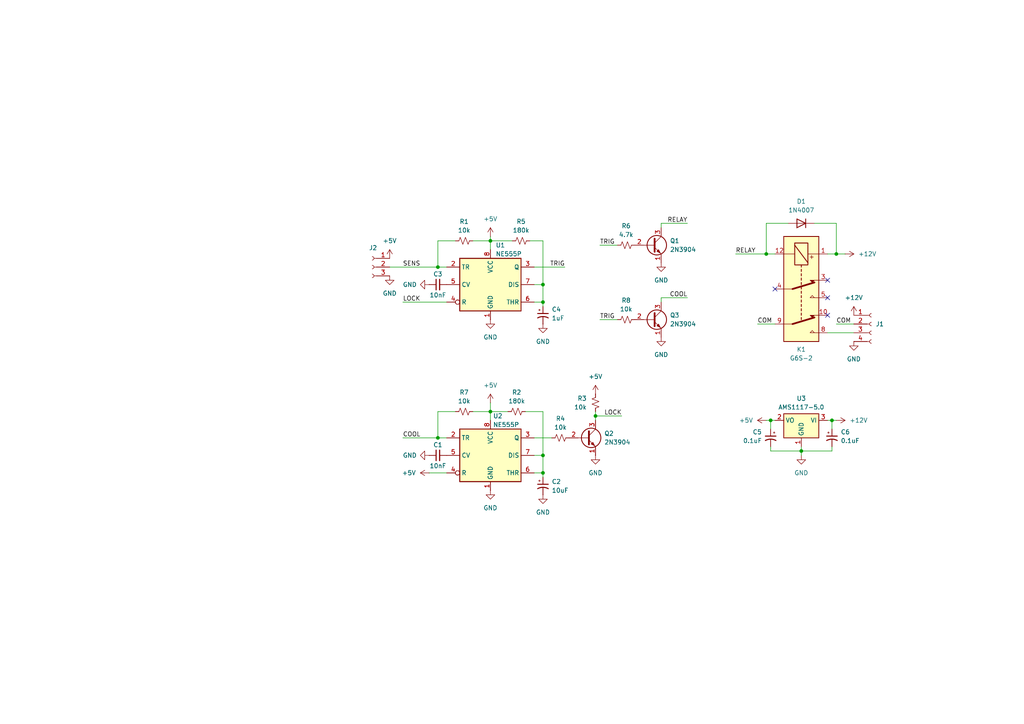
<source format=kicad_sch>
(kicad_sch
	(version 20250114)
	(generator "eeschema")
	(generator_version "9.0")
	(uuid "9d7ec72a-fa09-4e62-9394-4b228381d387")
	(paper "A4")
	(lib_symbols
		(symbol "Connector:Conn_01x03_Socket"
			(pin_names
				(offset 1.016)
				(hide yes)
			)
			(exclude_from_sim no)
			(in_bom yes)
			(on_board yes)
			(property "Reference" "J"
				(at 0 5.08 0)
				(effects
					(font
						(size 1.27 1.27)
					)
				)
			)
			(property "Value" "Conn_01x03_Socket"
				(at 0 -5.08 0)
				(effects
					(font
						(size 1.27 1.27)
					)
				)
			)
			(property "Footprint" ""
				(at 0 0 0)
				(effects
					(font
						(size 1.27 1.27)
					)
					(hide yes)
				)
			)
			(property "Datasheet" "~"
				(at 0 0 0)
				(effects
					(font
						(size 1.27 1.27)
					)
					(hide yes)
				)
			)
			(property "Description" "Generic connector, single row, 01x03, script generated"
				(at 0 0 0)
				(effects
					(font
						(size 1.27 1.27)
					)
					(hide yes)
				)
			)
			(property "ki_locked" ""
				(at 0 0 0)
				(effects
					(font
						(size 1.27 1.27)
					)
				)
			)
			(property "ki_keywords" "connector"
				(at 0 0 0)
				(effects
					(font
						(size 1.27 1.27)
					)
					(hide yes)
				)
			)
			(property "ki_fp_filters" "Connector*:*_1x??_*"
				(at 0 0 0)
				(effects
					(font
						(size 1.27 1.27)
					)
					(hide yes)
				)
			)
			(symbol "Conn_01x03_Socket_1_1"
				(polyline
					(pts
						(xy -1.27 2.54) (xy -0.508 2.54)
					)
					(stroke
						(width 0.1524)
						(type default)
					)
					(fill
						(type none)
					)
				)
				(polyline
					(pts
						(xy -1.27 0) (xy -0.508 0)
					)
					(stroke
						(width 0.1524)
						(type default)
					)
					(fill
						(type none)
					)
				)
				(polyline
					(pts
						(xy -1.27 -2.54) (xy -0.508 -2.54)
					)
					(stroke
						(width 0.1524)
						(type default)
					)
					(fill
						(type none)
					)
				)
				(arc
					(start 0 2.032)
					(mid -0.5058 2.54)
					(end 0 3.048)
					(stroke
						(width 0.1524)
						(type default)
					)
					(fill
						(type none)
					)
				)
				(arc
					(start 0 -0.508)
					(mid -0.5058 0)
					(end 0 0.508)
					(stroke
						(width 0.1524)
						(type default)
					)
					(fill
						(type none)
					)
				)
				(arc
					(start 0 -3.048)
					(mid -0.5058 -2.54)
					(end 0 -2.032)
					(stroke
						(width 0.1524)
						(type default)
					)
					(fill
						(type none)
					)
				)
				(pin passive line
					(at -5.08 2.54 0)
					(length 3.81)
					(name "Pin_1"
						(effects
							(font
								(size 1.27 1.27)
							)
						)
					)
					(number "1"
						(effects
							(font
								(size 1.27 1.27)
							)
						)
					)
				)
				(pin passive line
					(at -5.08 0 0)
					(length 3.81)
					(name "Pin_2"
						(effects
							(font
								(size 1.27 1.27)
							)
						)
					)
					(number "2"
						(effects
							(font
								(size 1.27 1.27)
							)
						)
					)
				)
				(pin passive line
					(at -5.08 -2.54 0)
					(length 3.81)
					(name "Pin_3"
						(effects
							(font
								(size 1.27 1.27)
							)
						)
					)
					(number "3"
						(effects
							(font
								(size 1.27 1.27)
							)
						)
					)
				)
			)
			(embedded_fonts no)
		)
		(symbol "Connector:Conn_01x04_Socket"
			(pin_names
				(offset 1.016)
				(hide yes)
			)
			(exclude_from_sim no)
			(in_bom yes)
			(on_board yes)
			(property "Reference" "J"
				(at 0 5.08 0)
				(effects
					(font
						(size 1.27 1.27)
					)
				)
			)
			(property "Value" "Conn_01x04_Socket"
				(at 0 -7.62 0)
				(effects
					(font
						(size 1.27 1.27)
					)
				)
			)
			(property "Footprint" ""
				(at 0 0 0)
				(effects
					(font
						(size 1.27 1.27)
					)
					(hide yes)
				)
			)
			(property "Datasheet" "~"
				(at 0 0 0)
				(effects
					(font
						(size 1.27 1.27)
					)
					(hide yes)
				)
			)
			(property "Description" "Generic connector, single row, 01x04, script generated"
				(at 0 0 0)
				(effects
					(font
						(size 1.27 1.27)
					)
					(hide yes)
				)
			)
			(property "ki_locked" ""
				(at 0 0 0)
				(effects
					(font
						(size 1.27 1.27)
					)
				)
			)
			(property "ki_keywords" "connector"
				(at 0 0 0)
				(effects
					(font
						(size 1.27 1.27)
					)
					(hide yes)
				)
			)
			(property "ki_fp_filters" "Connector*:*_1x??_*"
				(at 0 0 0)
				(effects
					(font
						(size 1.27 1.27)
					)
					(hide yes)
				)
			)
			(symbol "Conn_01x04_Socket_1_1"
				(polyline
					(pts
						(xy -1.27 2.54) (xy -0.508 2.54)
					)
					(stroke
						(width 0.1524)
						(type default)
					)
					(fill
						(type none)
					)
				)
				(polyline
					(pts
						(xy -1.27 0) (xy -0.508 0)
					)
					(stroke
						(width 0.1524)
						(type default)
					)
					(fill
						(type none)
					)
				)
				(polyline
					(pts
						(xy -1.27 -2.54) (xy -0.508 -2.54)
					)
					(stroke
						(width 0.1524)
						(type default)
					)
					(fill
						(type none)
					)
				)
				(polyline
					(pts
						(xy -1.27 -5.08) (xy -0.508 -5.08)
					)
					(stroke
						(width 0.1524)
						(type default)
					)
					(fill
						(type none)
					)
				)
				(arc
					(start 0 2.032)
					(mid -0.5058 2.54)
					(end 0 3.048)
					(stroke
						(width 0.1524)
						(type default)
					)
					(fill
						(type none)
					)
				)
				(arc
					(start 0 -0.508)
					(mid -0.5058 0)
					(end 0 0.508)
					(stroke
						(width 0.1524)
						(type default)
					)
					(fill
						(type none)
					)
				)
				(arc
					(start 0 -3.048)
					(mid -0.5058 -2.54)
					(end 0 -2.032)
					(stroke
						(width 0.1524)
						(type default)
					)
					(fill
						(type none)
					)
				)
				(arc
					(start 0 -5.588)
					(mid -0.5058 -5.08)
					(end 0 -4.572)
					(stroke
						(width 0.1524)
						(type default)
					)
					(fill
						(type none)
					)
				)
				(pin passive line
					(at -5.08 2.54 0)
					(length 3.81)
					(name "Pin_1"
						(effects
							(font
								(size 1.27 1.27)
							)
						)
					)
					(number "1"
						(effects
							(font
								(size 1.27 1.27)
							)
						)
					)
				)
				(pin passive line
					(at -5.08 0 0)
					(length 3.81)
					(name "Pin_2"
						(effects
							(font
								(size 1.27 1.27)
							)
						)
					)
					(number "2"
						(effects
							(font
								(size 1.27 1.27)
							)
						)
					)
				)
				(pin passive line
					(at -5.08 -2.54 0)
					(length 3.81)
					(name "Pin_3"
						(effects
							(font
								(size 1.27 1.27)
							)
						)
					)
					(number "3"
						(effects
							(font
								(size 1.27 1.27)
							)
						)
					)
				)
				(pin passive line
					(at -5.08 -5.08 0)
					(length 3.81)
					(name "Pin_4"
						(effects
							(font
								(size 1.27 1.27)
							)
						)
					)
					(number "4"
						(effects
							(font
								(size 1.27 1.27)
							)
						)
					)
				)
			)
			(embedded_fonts no)
		)
		(symbol "Device:C_Polarized_Small_US"
			(pin_numbers
				(hide yes)
			)
			(pin_names
				(offset 0.254)
				(hide yes)
			)
			(exclude_from_sim no)
			(in_bom yes)
			(on_board yes)
			(property "Reference" "C"
				(at 0.254 1.778 0)
				(effects
					(font
						(size 1.27 1.27)
					)
					(justify left)
				)
			)
			(property "Value" "C_Polarized_Small_US"
				(at 0.254 -2.032 0)
				(effects
					(font
						(size 1.27 1.27)
					)
					(justify left)
				)
			)
			(property "Footprint" ""
				(at 0 0 0)
				(effects
					(font
						(size 1.27 1.27)
					)
					(hide yes)
				)
			)
			(property "Datasheet" "~"
				(at 0 0 0)
				(effects
					(font
						(size 1.27 1.27)
					)
					(hide yes)
				)
			)
			(property "Description" "Polarized capacitor, small US symbol"
				(at 0 0 0)
				(effects
					(font
						(size 1.27 1.27)
					)
					(hide yes)
				)
			)
			(property "ki_keywords" "cap capacitor"
				(at 0 0 0)
				(effects
					(font
						(size 1.27 1.27)
					)
					(hide yes)
				)
			)
			(property "ki_fp_filters" "CP_*"
				(at 0 0 0)
				(effects
					(font
						(size 1.27 1.27)
					)
					(hide yes)
				)
			)
			(symbol "C_Polarized_Small_US_0_1"
				(polyline
					(pts
						(xy -1.524 0.508) (xy 1.524 0.508)
					)
					(stroke
						(width 0.3048)
						(type default)
					)
					(fill
						(type none)
					)
				)
				(polyline
					(pts
						(xy -1.27 1.524) (xy -0.762 1.524)
					)
					(stroke
						(width 0)
						(type default)
					)
					(fill
						(type none)
					)
				)
				(polyline
					(pts
						(xy -1.016 1.27) (xy -1.016 1.778)
					)
					(stroke
						(width 0)
						(type default)
					)
					(fill
						(type none)
					)
				)
				(arc
					(start -1.524 -0.762)
					(mid 0 -0.3734)
					(end 1.524 -0.762)
					(stroke
						(width 0.3048)
						(type default)
					)
					(fill
						(type none)
					)
				)
			)
			(symbol "C_Polarized_Small_US_1_1"
				(pin passive line
					(at 0 2.54 270)
					(length 2.032)
					(name "~"
						(effects
							(font
								(size 1.27 1.27)
							)
						)
					)
					(number "1"
						(effects
							(font
								(size 1.27 1.27)
							)
						)
					)
				)
				(pin passive line
					(at 0 -2.54 90)
					(length 2.032)
					(name "~"
						(effects
							(font
								(size 1.27 1.27)
							)
						)
					)
					(number "2"
						(effects
							(font
								(size 1.27 1.27)
							)
						)
					)
				)
			)
			(embedded_fonts no)
		)
		(symbol "Device:C_Small"
			(pin_numbers
				(hide yes)
			)
			(pin_names
				(offset 0.254)
				(hide yes)
			)
			(exclude_from_sim no)
			(in_bom yes)
			(on_board yes)
			(property "Reference" "C"
				(at 0.254 1.778 0)
				(effects
					(font
						(size 1.27 1.27)
					)
					(justify left)
				)
			)
			(property "Value" "C_Small"
				(at 0.254 -2.032 0)
				(effects
					(font
						(size 1.27 1.27)
					)
					(justify left)
				)
			)
			(property "Footprint" ""
				(at 0 0 0)
				(effects
					(font
						(size 1.27 1.27)
					)
					(hide yes)
				)
			)
			(property "Datasheet" "~"
				(at 0 0 0)
				(effects
					(font
						(size 1.27 1.27)
					)
					(hide yes)
				)
			)
			(property "Description" "Unpolarized capacitor, small symbol"
				(at 0 0 0)
				(effects
					(font
						(size 1.27 1.27)
					)
					(hide yes)
				)
			)
			(property "ki_keywords" "capacitor cap"
				(at 0 0 0)
				(effects
					(font
						(size 1.27 1.27)
					)
					(hide yes)
				)
			)
			(property "ki_fp_filters" "C_*"
				(at 0 0 0)
				(effects
					(font
						(size 1.27 1.27)
					)
					(hide yes)
				)
			)
			(symbol "C_Small_0_1"
				(polyline
					(pts
						(xy -1.524 0.508) (xy 1.524 0.508)
					)
					(stroke
						(width 0.3048)
						(type default)
					)
					(fill
						(type none)
					)
				)
				(polyline
					(pts
						(xy -1.524 -0.508) (xy 1.524 -0.508)
					)
					(stroke
						(width 0.3302)
						(type default)
					)
					(fill
						(type none)
					)
				)
			)
			(symbol "C_Small_1_1"
				(pin passive line
					(at 0 2.54 270)
					(length 2.032)
					(name "~"
						(effects
							(font
								(size 1.27 1.27)
							)
						)
					)
					(number "1"
						(effects
							(font
								(size 1.27 1.27)
							)
						)
					)
				)
				(pin passive line
					(at 0 -2.54 90)
					(length 2.032)
					(name "~"
						(effects
							(font
								(size 1.27 1.27)
							)
						)
					)
					(number "2"
						(effects
							(font
								(size 1.27 1.27)
							)
						)
					)
				)
			)
			(embedded_fonts no)
		)
		(symbol "Device:R_Small_US"
			(pin_numbers
				(hide yes)
			)
			(pin_names
				(offset 0.254)
				(hide yes)
			)
			(exclude_from_sim no)
			(in_bom yes)
			(on_board yes)
			(property "Reference" "R"
				(at 0.762 0.508 0)
				(effects
					(font
						(size 1.27 1.27)
					)
					(justify left)
				)
			)
			(property "Value" "R_Small_US"
				(at 0.762 -1.016 0)
				(effects
					(font
						(size 1.27 1.27)
					)
					(justify left)
				)
			)
			(property "Footprint" ""
				(at 0 0 0)
				(effects
					(font
						(size 1.27 1.27)
					)
					(hide yes)
				)
			)
			(property "Datasheet" "~"
				(at 0 0 0)
				(effects
					(font
						(size 1.27 1.27)
					)
					(hide yes)
				)
			)
			(property "Description" "Resistor, small US symbol"
				(at 0 0 0)
				(effects
					(font
						(size 1.27 1.27)
					)
					(hide yes)
				)
			)
			(property "ki_keywords" "r resistor"
				(at 0 0 0)
				(effects
					(font
						(size 1.27 1.27)
					)
					(hide yes)
				)
			)
			(property "ki_fp_filters" "R_*"
				(at 0 0 0)
				(effects
					(font
						(size 1.27 1.27)
					)
					(hide yes)
				)
			)
			(symbol "R_Small_US_1_1"
				(polyline
					(pts
						(xy 0 1.524) (xy 1.016 1.143) (xy 0 0.762) (xy -1.016 0.381) (xy 0 0)
					)
					(stroke
						(width 0)
						(type default)
					)
					(fill
						(type none)
					)
				)
				(polyline
					(pts
						(xy 0 0) (xy 1.016 -0.381) (xy 0 -0.762) (xy -1.016 -1.143) (xy 0 -1.524)
					)
					(stroke
						(width 0)
						(type default)
					)
					(fill
						(type none)
					)
				)
				(pin passive line
					(at 0 2.54 270)
					(length 1.016)
					(name "~"
						(effects
							(font
								(size 1.27 1.27)
							)
						)
					)
					(number "1"
						(effects
							(font
								(size 1.27 1.27)
							)
						)
					)
				)
				(pin passive line
					(at 0 -2.54 90)
					(length 1.016)
					(name "~"
						(effects
							(font
								(size 1.27 1.27)
							)
						)
					)
					(number "2"
						(effects
							(font
								(size 1.27 1.27)
							)
						)
					)
				)
			)
			(embedded_fonts no)
		)
		(symbol "Diode:1N4007"
			(pin_numbers
				(hide yes)
			)
			(pin_names
				(hide yes)
			)
			(exclude_from_sim no)
			(in_bom yes)
			(on_board yes)
			(property "Reference" "D"
				(at 0 2.54 0)
				(effects
					(font
						(size 1.27 1.27)
					)
				)
			)
			(property "Value" "1N4007"
				(at 0 -2.54 0)
				(effects
					(font
						(size 1.27 1.27)
					)
				)
			)
			(property "Footprint" "Diode_THT:D_DO-41_SOD81_P10.16mm_Horizontal"
				(at 0 -4.445 0)
				(effects
					(font
						(size 1.27 1.27)
					)
					(hide yes)
				)
			)
			(property "Datasheet" "http://www.vishay.com/docs/88503/1n4001.pdf"
				(at 0 0 0)
				(effects
					(font
						(size 1.27 1.27)
					)
					(hide yes)
				)
			)
			(property "Description" "1000V 1A General Purpose Rectifier Diode, DO-41"
				(at 0 0 0)
				(effects
					(font
						(size 1.27 1.27)
					)
					(hide yes)
				)
			)
			(property "Sim.Device" "D"
				(at 0 0 0)
				(effects
					(font
						(size 1.27 1.27)
					)
					(hide yes)
				)
			)
			(property "Sim.Pins" "1=K 2=A"
				(at 0 0 0)
				(effects
					(font
						(size 1.27 1.27)
					)
					(hide yes)
				)
			)
			(property "ki_keywords" "diode"
				(at 0 0 0)
				(effects
					(font
						(size 1.27 1.27)
					)
					(hide yes)
				)
			)
			(property "ki_fp_filters" "D*DO?41*"
				(at 0 0 0)
				(effects
					(font
						(size 1.27 1.27)
					)
					(hide yes)
				)
			)
			(symbol "1N4007_0_1"
				(polyline
					(pts
						(xy -1.27 1.27) (xy -1.27 -1.27)
					)
					(stroke
						(width 0.254)
						(type default)
					)
					(fill
						(type none)
					)
				)
				(polyline
					(pts
						(xy 1.27 1.27) (xy 1.27 -1.27) (xy -1.27 0) (xy 1.27 1.27)
					)
					(stroke
						(width 0.254)
						(type default)
					)
					(fill
						(type none)
					)
				)
				(polyline
					(pts
						(xy 1.27 0) (xy -1.27 0)
					)
					(stroke
						(width 0)
						(type default)
					)
					(fill
						(type none)
					)
				)
			)
			(symbol "1N4007_1_1"
				(pin passive line
					(at -3.81 0 0)
					(length 2.54)
					(name "K"
						(effects
							(font
								(size 1.27 1.27)
							)
						)
					)
					(number "1"
						(effects
							(font
								(size 1.27 1.27)
							)
						)
					)
				)
				(pin passive line
					(at 3.81 0 180)
					(length 2.54)
					(name "A"
						(effects
							(font
								(size 1.27 1.27)
							)
						)
					)
					(number "2"
						(effects
							(font
								(size 1.27 1.27)
							)
						)
					)
				)
			)
			(embedded_fonts no)
		)
		(symbol "Regulator_Linear:AMS1117-5.0"
			(exclude_from_sim no)
			(in_bom yes)
			(on_board yes)
			(property "Reference" "U"
				(at -3.81 3.175 0)
				(effects
					(font
						(size 1.27 1.27)
					)
				)
			)
			(property "Value" "AMS1117-5.0"
				(at 0 3.175 0)
				(effects
					(font
						(size 1.27 1.27)
					)
					(justify left)
				)
			)
			(property "Footprint" "Package_TO_SOT_SMD:SOT-223-3_TabPin2"
				(at 0 5.08 0)
				(effects
					(font
						(size 1.27 1.27)
					)
					(hide yes)
				)
			)
			(property "Datasheet" "http://www.advanced-monolithic.com/pdf/ds1117.pdf"
				(at 2.54 -6.35 0)
				(effects
					(font
						(size 1.27 1.27)
					)
					(hide yes)
				)
			)
			(property "Description" "1A Low Dropout regulator, positive, 5.0V fixed output, SOT-223"
				(at 0 0 0)
				(effects
					(font
						(size 1.27 1.27)
					)
					(hide yes)
				)
			)
			(property "ki_keywords" "linear regulator ldo fixed positive"
				(at 0 0 0)
				(effects
					(font
						(size 1.27 1.27)
					)
					(hide yes)
				)
			)
			(property "ki_fp_filters" "SOT?223*TabPin2*"
				(at 0 0 0)
				(effects
					(font
						(size 1.27 1.27)
					)
					(hide yes)
				)
			)
			(symbol "AMS1117-5.0_0_1"
				(rectangle
					(start -5.08 -5.08)
					(end 5.08 1.905)
					(stroke
						(width 0.254)
						(type default)
					)
					(fill
						(type background)
					)
				)
			)
			(symbol "AMS1117-5.0_1_1"
				(pin power_in line
					(at -7.62 0 0)
					(length 2.54)
					(name "VI"
						(effects
							(font
								(size 1.27 1.27)
							)
						)
					)
					(number "3"
						(effects
							(font
								(size 1.27 1.27)
							)
						)
					)
				)
				(pin power_in line
					(at 0 -7.62 90)
					(length 2.54)
					(name "GND"
						(effects
							(font
								(size 1.27 1.27)
							)
						)
					)
					(number "1"
						(effects
							(font
								(size 1.27 1.27)
							)
						)
					)
				)
				(pin power_out line
					(at 7.62 0 180)
					(length 2.54)
					(name "VO"
						(effects
							(font
								(size 1.27 1.27)
							)
						)
					)
					(number "2"
						(effects
							(font
								(size 1.27 1.27)
							)
						)
					)
				)
			)
			(embedded_fonts no)
		)
		(symbol "Relay:G6S-2"
			(exclude_from_sim no)
			(in_bom yes)
			(on_board yes)
			(property "Reference" "K"
				(at 16.51 3.81 0)
				(effects
					(font
						(size 1.27 1.27)
					)
					(justify left)
				)
			)
			(property "Value" "G6S-2"
				(at 16.51 1.27 0)
				(effects
					(font
						(size 1.27 1.27)
					)
					(justify left)
				)
			)
			(property "Footprint" ""
				(at 0 0 0)
				(effects
					(font
						(size 1.27 1.27)
					)
					(justify left)
					(hide yes)
				)
			)
			(property "Datasheet" "http://omronfs.omron.com/en_US/ecb/products/pdf/en-g6s.pdf"
				(at 0 0 0)
				(effects
					(font
						(size 1.27 1.27)
					)
					(hide yes)
				)
			)
			(property "Description" "Compact, Industry-Standard 2-pole relay, designed to switch 2A Signal Loads, Single-side Stable"
				(at 0 0 0)
				(effects
					(font
						(size 1.27 1.27)
					)
					(hide yes)
				)
			)
			(property "ki_keywords" "Miniature Relay Dual Pole DPDT Omron"
				(at 0 0 0)
				(effects
					(font
						(size 1.27 1.27)
					)
					(hide yes)
				)
			)
			(property "ki_fp_filters" "Relay*DPDT*Omron*G6S?2*"
				(at 0 0 0)
				(effects
					(font
						(size 1.27 1.27)
					)
					(hide yes)
				)
			)
			(symbol "G6S-2_0_0"
				(text "+"
					(at -9.271 2.921 0)
					(effects
						(font
							(size 1.27 1.27)
						)
					)
				)
			)
			(symbol "G6S-2_0_1"
				(rectangle
					(start -15.24 5.08)
					(end 15.24 -5.08)
					(stroke
						(width 0.254)
						(type default)
					)
					(fill
						(type background)
					)
				)
				(rectangle
					(start -13.335 1.905)
					(end -6.985 -1.905)
					(stroke
						(width 0.254)
						(type default)
					)
					(fill
						(type none)
					)
				)
				(polyline
					(pts
						(xy -12.7 -1.905) (xy -7.62 1.905)
					)
					(stroke
						(width 0.254)
						(type default)
					)
					(fill
						(type none)
					)
				)
				(polyline
					(pts
						(xy -10.16 5.08) (xy -10.16 1.905)
					)
					(stroke
						(width 0)
						(type default)
					)
					(fill
						(type none)
					)
				)
				(polyline
					(pts
						(xy -10.16 -5.08) (xy -10.16 -1.905)
					)
					(stroke
						(width 0)
						(type default)
					)
					(fill
						(type none)
					)
				)
				(polyline
					(pts
						(xy -6.985 0) (xy -6.35 0)
					)
					(stroke
						(width 0.254)
						(type default)
					)
					(fill
						(type none)
					)
				)
				(polyline
					(pts
						(xy -5.715 0) (xy -5.08 0)
					)
					(stroke
						(width 0.254)
						(type default)
					)
					(fill
						(type none)
					)
				)
				(polyline
					(pts
						(xy -4.445 0) (xy -3.81 0)
					)
					(stroke
						(width 0.254)
						(type default)
					)
					(fill
						(type none)
					)
				)
				(polyline
					(pts
						(xy -3.175 0) (xy -2.54 0)
					)
					(stroke
						(width 0.254)
						(type default)
					)
					(fill
						(type none)
					)
				)
				(polyline
					(pts
						(xy -2.54 5.08) (xy -2.54 2.54) (xy -1.905 3.175) (xy -2.54 3.81)
					)
					(stroke
						(width 0)
						(type default)
					)
					(fill
						(type outline)
					)
				)
				(polyline
					(pts
						(xy -1.905 0) (xy -1.27 0)
					)
					(stroke
						(width 0.254)
						(type default)
					)
					(fill
						(type none)
					)
				)
				(polyline
					(pts
						(xy -0.635 0) (xy 0 0)
					)
					(stroke
						(width 0.254)
						(type default)
					)
					(fill
						(type none)
					)
				)
				(polyline
					(pts
						(xy 0 -2.54) (xy -1.905 3.81)
					)
					(stroke
						(width 0.508)
						(type default)
					)
					(fill
						(type none)
					)
				)
				(polyline
					(pts
						(xy 0 -2.54) (xy 0 -5.08)
					)
					(stroke
						(width 0)
						(type default)
					)
					(fill
						(type none)
					)
				)
				(polyline
					(pts
						(xy 0.635 0) (xy 1.27 0)
					)
					(stroke
						(width 0.254)
						(type default)
					)
					(fill
						(type none)
					)
				)
				(polyline
					(pts
						(xy 1.905 0) (xy 2.54 0)
					)
					(stroke
						(width 0.254)
						(type default)
					)
					(fill
						(type none)
					)
				)
				(polyline
					(pts
						(xy 2.54 5.08) (xy 2.54 2.54) (xy 1.905 3.175) (xy 2.54 3.81)
					)
					(stroke
						(width 0)
						(type default)
					)
					(fill
						(type none)
					)
				)
				(polyline
					(pts
						(xy 3.175 0) (xy 3.81 0)
					)
					(stroke
						(width 0.254)
						(type default)
					)
					(fill
						(type none)
					)
				)
				(polyline
					(pts
						(xy 4.445 0) (xy 5.08 0)
					)
					(stroke
						(width 0.254)
						(type default)
					)
					(fill
						(type none)
					)
				)
				(polyline
					(pts
						(xy 5.715 0) (xy 6.35 0)
					)
					(stroke
						(width 0.254)
						(type default)
					)
					(fill
						(type none)
					)
				)
				(polyline
					(pts
						(xy 6.985 0) (xy 7.62 0)
					)
					(stroke
						(width 0.254)
						(type default)
					)
					(fill
						(type none)
					)
				)
				(polyline
					(pts
						(xy 7.62 5.08) (xy 7.62 2.54) (xy 8.255 3.175) (xy 7.62 3.81)
					)
					(stroke
						(width 0)
						(type default)
					)
					(fill
						(type outline)
					)
				)
				(polyline
					(pts
						(xy 8.255 0) (xy 8.89 0)
					)
					(stroke
						(width 0.254)
						(type default)
					)
					(fill
						(type none)
					)
				)
				(polyline
					(pts
						(xy 10.16 -2.54) (xy 8.255 3.81)
					)
					(stroke
						(width 0.508)
						(type default)
					)
					(fill
						(type none)
					)
				)
				(polyline
					(pts
						(xy 10.16 -2.54) (xy 10.16 -5.08)
					)
					(stroke
						(width 0)
						(type default)
					)
					(fill
						(type none)
					)
				)
				(polyline
					(pts
						(xy 12.7 5.08) (xy 12.7 2.54) (xy 12.065 3.175) (xy 12.7 3.81)
					)
					(stroke
						(width 0)
						(type default)
					)
					(fill
						(type none)
					)
				)
			)
			(symbol "G6S-2_1_1"
				(pin passive line
					(at -10.16 7.62 270)
					(length 2.54)
					(name "~"
						(effects
							(font
								(size 1.27 1.27)
							)
						)
					)
					(number "1"
						(effects
							(font
								(size 1.27 1.27)
							)
						)
					)
				)
				(pin passive line
					(at -10.16 -7.62 90)
					(length 2.54)
					(name "~"
						(effects
							(font
								(size 1.27 1.27)
							)
						)
					)
					(number "12"
						(effects
							(font
								(size 1.27 1.27)
							)
						)
					)
				)
				(pin passive line
					(at -2.54 7.62 270)
					(length 2.54)
					(name "~"
						(effects
							(font
								(size 1.27 1.27)
							)
						)
					)
					(number "3"
						(effects
							(font
								(size 1.27 1.27)
							)
						)
					)
				)
				(pin passive line
					(at 0 -7.62 90)
					(length 2.54)
					(name "~"
						(effects
							(font
								(size 1.27 1.27)
							)
						)
					)
					(number "4"
						(effects
							(font
								(size 1.27 1.27)
							)
						)
					)
				)
				(pin passive line
					(at 2.54 7.62 270)
					(length 2.54)
					(name "~"
						(effects
							(font
								(size 1.27 1.27)
							)
						)
					)
					(number "5"
						(effects
							(font
								(size 1.27 1.27)
							)
						)
					)
				)
				(pin passive line
					(at 7.62 7.62 270)
					(length 2.54)
					(name "~"
						(effects
							(font
								(size 1.27 1.27)
							)
						)
					)
					(number "10"
						(effects
							(font
								(size 1.27 1.27)
							)
						)
					)
				)
				(pin passive line
					(at 10.16 -7.62 90)
					(length 2.54)
					(name "~"
						(effects
							(font
								(size 1.27 1.27)
							)
						)
					)
					(number "9"
						(effects
							(font
								(size 1.27 1.27)
							)
						)
					)
				)
				(pin passive line
					(at 12.7 7.62 270)
					(length 2.54)
					(name "~"
						(effects
							(font
								(size 1.27 1.27)
							)
						)
					)
					(number "8"
						(effects
							(font
								(size 1.27 1.27)
							)
						)
					)
				)
			)
			(embedded_fonts no)
		)
		(symbol "Timer:NE555P"
			(exclude_from_sim no)
			(in_bom yes)
			(on_board yes)
			(property "Reference" "U"
				(at -10.16 8.89 0)
				(effects
					(font
						(size 1.27 1.27)
					)
					(justify left)
				)
			)
			(property "Value" "NE555P"
				(at 2.54 8.89 0)
				(effects
					(font
						(size 1.27 1.27)
					)
					(justify left)
				)
			)
			(property "Footprint" "Package_DIP:DIP-8_W7.62mm"
				(at 16.51 -10.16 0)
				(effects
					(font
						(size 1.27 1.27)
					)
					(hide yes)
				)
			)
			(property "Datasheet" "http://www.ti.com/lit/ds/symlink/ne555.pdf"
				(at 21.59 -10.16 0)
				(effects
					(font
						(size 1.27 1.27)
					)
					(hide yes)
				)
			)
			(property "Description" "Precision Timers, 555 compatible,  PDIP-8"
				(at 0 0 0)
				(effects
					(font
						(size 1.27 1.27)
					)
					(hide yes)
				)
			)
			(property "ki_keywords" "single timer 555"
				(at 0 0 0)
				(effects
					(font
						(size 1.27 1.27)
					)
					(hide yes)
				)
			)
			(property "ki_fp_filters" "DIP*W7.62mm*"
				(at 0 0 0)
				(effects
					(font
						(size 1.27 1.27)
					)
					(hide yes)
				)
			)
			(symbol "NE555P_0_0"
				(pin power_in line
					(at 0 10.16 270)
					(length 2.54)
					(name "VCC"
						(effects
							(font
								(size 1.27 1.27)
							)
						)
					)
					(number "8"
						(effects
							(font
								(size 1.27 1.27)
							)
						)
					)
				)
				(pin power_in line
					(at 0 -10.16 90)
					(length 2.54)
					(name "GND"
						(effects
							(font
								(size 1.27 1.27)
							)
						)
					)
					(number "1"
						(effects
							(font
								(size 1.27 1.27)
							)
						)
					)
				)
			)
			(symbol "NE555P_0_1"
				(rectangle
					(start -8.89 -7.62)
					(end 8.89 7.62)
					(stroke
						(width 0.254)
						(type default)
					)
					(fill
						(type background)
					)
				)
				(rectangle
					(start -8.89 -7.62)
					(end 8.89 7.62)
					(stroke
						(width 0.254)
						(type default)
					)
					(fill
						(type background)
					)
				)
			)
			(symbol "NE555P_1_1"
				(pin input line
					(at -12.7 5.08 0)
					(length 3.81)
					(name "TR"
						(effects
							(font
								(size 1.27 1.27)
							)
						)
					)
					(number "2"
						(effects
							(font
								(size 1.27 1.27)
							)
						)
					)
				)
				(pin input line
					(at -12.7 0 0)
					(length 3.81)
					(name "CV"
						(effects
							(font
								(size 1.27 1.27)
							)
						)
					)
					(number "5"
						(effects
							(font
								(size 1.27 1.27)
							)
						)
					)
				)
				(pin input inverted
					(at -12.7 -5.08 0)
					(length 3.81)
					(name "R"
						(effects
							(font
								(size 1.27 1.27)
							)
						)
					)
					(number "4"
						(effects
							(font
								(size 1.27 1.27)
							)
						)
					)
				)
				(pin output line
					(at 12.7 5.08 180)
					(length 3.81)
					(name "Q"
						(effects
							(font
								(size 1.27 1.27)
							)
						)
					)
					(number "3"
						(effects
							(font
								(size 1.27 1.27)
							)
						)
					)
				)
				(pin input line
					(at 12.7 0 180)
					(length 3.81)
					(name "DIS"
						(effects
							(font
								(size 1.27 1.27)
							)
						)
					)
					(number "7"
						(effects
							(font
								(size 1.27 1.27)
							)
						)
					)
				)
				(pin input line
					(at 12.7 -5.08 180)
					(length 3.81)
					(name "THR"
						(effects
							(font
								(size 1.27 1.27)
							)
						)
					)
					(number "6"
						(effects
							(font
								(size 1.27 1.27)
							)
						)
					)
				)
			)
			(embedded_fonts no)
		)
		(symbol "Transistor_BJT:2N3904"
			(pin_names
				(offset 0)
				(hide yes)
			)
			(exclude_from_sim no)
			(in_bom yes)
			(on_board yes)
			(property "Reference" "Q"
				(at 5.08 1.905 0)
				(effects
					(font
						(size 1.27 1.27)
					)
					(justify left)
				)
			)
			(property "Value" "2N3904"
				(at 5.08 0 0)
				(effects
					(font
						(size 1.27 1.27)
					)
					(justify left)
				)
			)
			(property "Footprint" "Package_TO_SOT_THT:TO-92_Inline"
				(at 5.08 -1.905 0)
				(effects
					(font
						(size 1.27 1.27)
						(italic yes)
					)
					(justify left)
					(hide yes)
				)
			)
			(property "Datasheet" "https://www.onsemi.com/pub/Collateral/2N3903-D.PDF"
				(at 0 0 0)
				(effects
					(font
						(size 1.27 1.27)
					)
					(justify left)
					(hide yes)
				)
			)
			(property "Description" "0.2A Ic, 40V Vce, Small Signal NPN Transistor, TO-92"
				(at 0 0 0)
				(effects
					(font
						(size 1.27 1.27)
					)
					(hide yes)
				)
			)
			(property "ki_keywords" "NPN Transistor"
				(at 0 0 0)
				(effects
					(font
						(size 1.27 1.27)
					)
					(hide yes)
				)
			)
			(property "ki_fp_filters" "TO?92*"
				(at 0 0 0)
				(effects
					(font
						(size 1.27 1.27)
					)
					(hide yes)
				)
			)
			(symbol "2N3904_0_1"
				(polyline
					(pts
						(xy -2.54 0) (xy 0.635 0)
					)
					(stroke
						(width 0)
						(type default)
					)
					(fill
						(type none)
					)
				)
				(polyline
					(pts
						(xy 0.635 1.905) (xy 0.635 -1.905)
					)
					(stroke
						(width 0.508)
						(type default)
					)
					(fill
						(type none)
					)
				)
				(circle
					(center 1.27 0)
					(radius 2.8194)
					(stroke
						(width 0.254)
						(type default)
					)
					(fill
						(type none)
					)
				)
			)
			(symbol "2N3904_1_1"
				(polyline
					(pts
						(xy 0.635 0.635) (xy 2.54 2.54)
					)
					(stroke
						(width 0)
						(type default)
					)
					(fill
						(type none)
					)
				)
				(polyline
					(pts
						(xy 0.635 -0.635) (xy 2.54 -2.54)
					)
					(stroke
						(width 0)
						(type default)
					)
					(fill
						(type none)
					)
				)
				(polyline
					(pts
						(xy 1.27 -1.778) (xy 1.778 -1.27) (xy 2.286 -2.286) (xy 1.27 -1.778)
					)
					(stroke
						(width 0)
						(type default)
					)
					(fill
						(type outline)
					)
				)
				(pin input line
					(at -5.08 0 0)
					(length 2.54)
					(name "B"
						(effects
							(font
								(size 1.27 1.27)
							)
						)
					)
					(number "2"
						(effects
							(font
								(size 1.27 1.27)
							)
						)
					)
				)
				(pin passive line
					(at 2.54 5.08 270)
					(length 2.54)
					(name "C"
						(effects
							(font
								(size 1.27 1.27)
							)
						)
					)
					(number "3"
						(effects
							(font
								(size 1.27 1.27)
							)
						)
					)
				)
				(pin passive line
					(at 2.54 -5.08 90)
					(length 2.54)
					(name "E"
						(effects
							(font
								(size 1.27 1.27)
							)
						)
					)
					(number "1"
						(effects
							(font
								(size 1.27 1.27)
							)
						)
					)
				)
			)
			(embedded_fonts no)
		)
		(symbol "power:+12V"
			(power)
			(pin_numbers
				(hide yes)
			)
			(pin_names
				(offset 0)
				(hide yes)
			)
			(exclude_from_sim no)
			(in_bom yes)
			(on_board yes)
			(property "Reference" "#PWR"
				(at 0 -3.81 0)
				(effects
					(font
						(size 1.27 1.27)
					)
					(hide yes)
				)
			)
			(property "Value" "+12V"
				(at 0 3.556 0)
				(effects
					(font
						(size 1.27 1.27)
					)
				)
			)
			(property "Footprint" ""
				(at 0 0 0)
				(effects
					(font
						(size 1.27 1.27)
					)
					(hide yes)
				)
			)
			(property "Datasheet" ""
				(at 0 0 0)
				(effects
					(font
						(size 1.27 1.27)
					)
					(hide yes)
				)
			)
			(property "Description" "Power symbol creates a global label with name \"+12V\""
				(at 0 0 0)
				(effects
					(font
						(size 1.27 1.27)
					)
					(hide yes)
				)
			)
			(property "ki_keywords" "global power"
				(at 0 0 0)
				(effects
					(font
						(size 1.27 1.27)
					)
					(hide yes)
				)
			)
			(symbol "+12V_0_1"
				(polyline
					(pts
						(xy -0.762 1.27) (xy 0 2.54)
					)
					(stroke
						(width 0)
						(type default)
					)
					(fill
						(type none)
					)
				)
				(polyline
					(pts
						(xy 0 2.54) (xy 0.762 1.27)
					)
					(stroke
						(width 0)
						(type default)
					)
					(fill
						(type none)
					)
				)
				(polyline
					(pts
						(xy 0 0) (xy 0 2.54)
					)
					(stroke
						(width 0)
						(type default)
					)
					(fill
						(type none)
					)
				)
			)
			(symbol "+12V_1_1"
				(pin power_in line
					(at 0 0 90)
					(length 0)
					(name "~"
						(effects
							(font
								(size 1.27 1.27)
							)
						)
					)
					(number "1"
						(effects
							(font
								(size 1.27 1.27)
							)
						)
					)
				)
			)
			(embedded_fonts no)
		)
		(symbol "power:+5V"
			(power)
			(pin_numbers
				(hide yes)
			)
			(pin_names
				(offset 0)
				(hide yes)
			)
			(exclude_from_sim no)
			(in_bom yes)
			(on_board yes)
			(property "Reference" "#PWR"
				(at 0 -3.81 0)
				(effects
					(font
						(size 1.27 1.27)
					)
					(hide yes)
				)
			)
			(property "Value" "+5V"
				(at 0 3.556 0)
				(effects
					(font
						(size 1.27 1.27)
					)
				)
			)
			(property "Footprint" ""
				(at 0 0 0)
				(effects
					(font
						(size 1.27 1.27)
					)
					(hide yes)
				)
			)
			(property "Datasheet" ""
				(at 0 0 0)
				(effects
					(font
						(size 1.27 1.27)
					)
					(hide yes)
				)
			)
			(property "Description" "Power symbol creates a global label with name \"+5V\""
				(at 0 0 0)
				(effects
					(font
						(size 1.27 1.27)
					)
					(hide yes)
				)
			)
			(property "ki_keywords" "global power"
				(at 0 0 0)
				(effects
					(font
						(size 1.27 1.27)
					)
					(hide yes)
				)
			)
			(symbol "+5V_0_1"
				(polyline
					(pts
						(xy -0.762 1.27) (xy 0 2.54)
					)
					(stroke
						(width 0)
						(type default)
					)
					(fill
						(type none)
					)
				)
				(polyline
					(pts
						(xy 0 2.54) (xy 0.762 1.27)
					)
					(stroke
						(width 0)
						(type default)
					)
					(fill
						(type none)
					)
				)
				(polyline
					(pts
						(xy 0 0) (xy 0 2.54)
					)
					(stroke
						(width 0)
						(type default)
					)
					(fill
						(type none)
					)
				)
			)
			(symbol "+5V_1_1"
				(pin power_in line
					(at 0 0 90)
					(length 0)
					(name "~"
						(effects
							(font
								(size 1.27 1.27)
							)
						)
					)
					(number "1"
						(effects
							(font
								(size 1.27 1.27)
							)
						)
					)
				)
			)
			(embedded_fonts no)
		)
		(symbol "power:GND"
			(power)
			(pin_numbers
				(hide yes)
			)
			(pin_names
				(offset 0)
				(hide yes)
			)
			(exclude_from_sim no)
			(in_bom yes)
			(on_board yes)
			(property "Reference" "#PWR"
				(at 0 -6.35 0)
				(effects
					(font
						(size 1.27 1.27)
					)
					(hide yes)
				)
			)
			(property "Value" "GND"
				(at 0 -3.81 0)
				(effects
					(font
						(size 1.27 1.27)
					)
				)
			)
			(property "Footprint" ""
				(at 0 0 0)
				(effects
					(font
						(size 1.27 1.27)
					)
					(hide yes)
				)
			)
			(property "Datasheet" ""
				(at 0 0 0)
				(effects
					(font
						(size 1.27 1.27)
					)
					(hide yes)
				)
			)
			(property "Description" "Power symbol creates a global label with name \"GND\" , ground"
				(at 0 0 0)
				(effects
					(font
						(size 1.27 1.27)
					)
					(hide yes)
				)
			)
			(property "ki_keywords" "global power"
				(at 0 0 0)
				(effects
					(font
						(size 1.27 1.27)
					)
					(hide yes)
				)
			)
			(symbol "GND_0_1"
				(polyline
					(pts
						(xy 0 0) (xy 0 -1.27) (xy 1.27 -1.27) (xy 0 -2.54) (xy -1.27 -1.27) (xy 0 -1.27)
					)
					(stroke
						(width 0)
						(type default)
					)
					(fill
						(type none)
					)
				)
			)
			(symbol "GND_1_1"
				(pin power_in line
					(at 0 0 270)
					(length 0)
					(name "~"
						(effects
							(font
								(size 1.27 1.27)
							)
						)
					)
					(number "1"
						(effects
							(font
								(size 1.27 1.27)
							)
						)
					)
				)
			)
			(embedded_fonts no)
		)
	)
	(junction
		(at 232.41 130.81)
		(diameter 0)
		(color 0 0 0 0)
		(uuid "189f1351-d20d-4627-acce-bb21f7c33b35")
	)
	(junction
		(at 222.25 73.66)
		(diameter 0)
		(color 0 0 0 0)
		(uuid "1f24d966-54a0-49d3-9a3e-d0e5dee20121")
	)
	(junction
		(at 241.3 121.92)
		(diameter 0)
		(color 0 0 0 0)
		(uuid "30453ba2-337c-4a2a-8026-04463226e43f")
	)
	(junction
		(at 242.57 73.66)
		(diameter 0)
		(color 0 0 0 0)
		(uuid "459b82ff-6d85-4b90-b289-098711496b19")
	)
	(junction
		(at 157.48 137.16)
		(diameter 0)
		(color 0 0 0 0)
		(uuid "4d588166-aec6-4033-b02d-8cd6422a1996")
	)
	(junction
		(at 127 127)
		(diameter 0)
		(color 0 0 0 0)
		(uuid "66f84199-fde3-4c90-a92c-0e84d66997af")
	)
	(junction
		(at 172.72 120.65)
		(diameter 0)
		(color 0 0 0 0)
		(uuid "8f5bead3-a08c-44bf-8636-78cba73fba3b")
	)
	(junction
		(at 157.48 132.08)
		(diameter 0)
		(color 0 0 0 0)
		(uuid "969b1c5f-e983-4d96-a10d-5c2832b323ba")
	)
	(junction
		(at 157.48 87.63)
		(diameter 0)
		(color 0 0 0 0)
		(uuid "b64a593d-f61b-43bb-a822-c00ed98d6a5a")
	)
	(junction
		(at 142.24 69.85)
		(diameter 0)
		(color 0 0 0 0)
		(uuid "c7bf8a13-772c-417f-8185-a129934a056b")
	)
	(junction
		(at 142.24 119.38)
		(diameter 0)
		(color 0 0 0 0)
		(uuid "cf405dd5-302d-4995-a528-b3bf0311c4d3")
	)
	(junction
		(at 127 77.47)
		(diameter 0)
		(color 0 0 0 0)
		(uuid "d9dc4319-e105-42f0-91ca-2ce098aa2a8b")
	)
	(junction
		(at 223.52 121.92)
		(diameter 0)
		(color 0 0 0 0)
		(uuid "e514fa52-c845-42e1-b9d2-66d7c79d30f6")
	)
	(junction
		(at 157.48 82.55)
		(diameter 0)
		(color 0 0 0 0)
		(uuid "f110b833-fde7-4043-8640-8d8eff72b82a")
	)
	(no_connect
		(at 240.03 91.44)
		(uuid "39855012-0f18-477a-9eb9-9d47df6a5d55")
	)
	(no_connect
		(at 224.79 83.82)
		(uuid "7e9fbaec-a4e7-4fac-b8c4-7101f80371ac")
	)
	(no_connect
		(at 240.03 81.28)
		(uuid "7ee2c821-e720-4c2a-bdec-ca3cb55c082f")
	)
	(no_connect
		(at 240.03 86.36)
		(uuid "adb66f75-09e0-4b1e-b87a-fed3a5008e57")
	)
	(wire
		(pts
			(xy 173.99 92.71) (xy 179.07 92.71)
		)
		(stroke
			(width 0)
			(type default)
		)
		(uuid "0050f1e8-ee95-40dc-abd8-931023750ee2")
	)
	(wire
		(pts
			(xy 116.84 127) (xy 127 127)
		)
		(stroke
			(width 0)
			(type default)
		)
		(uuid "030d890d-a491-450f-adcd-9eee3e74e506")
	)
	(wire
		(pts
			(xy 152.4 119.38) (xy 157.48 119.38)
		)
		(stroke
			(width 0)
			(type default)
		)
		(uuid "06f33850-d43a-444c-bac9-7cb106364cbe")
	)
	(wire
		(pts
			(xy 127 119.38) (xy 132.08 119.38)
		)
		(stroke
			(width 0)
			(type default)
		)
		(uuid "0758916c-827e-4dad-8454-961c1c12f733")
	)
	(wire
		(pts
			(xy 157.48 137.16) (xy 157.48 138.43)
		)
		(stroke
			(width 0)
			(type default)
		)
		(uuid "09b81b80-5587-49b4-b202-82eb90ae1732")
	)
	(wire
		(pts
			(xy 113.03 77.47) (xy 127 77.47)
		)
		(stroke
			(width 0)
			(type default)
		)
		(uuid "0caeee08-d994-4ac8-8c03-65ccb6c3f6cd")
	)
	(wire
		(pts
			(xy 172.72 119.38) (xy 172.72 120.65)
		)
		(stroke
			(width 0)
			(type default)
		)
		(uuid "10abf137-142c-43b2-a912-47ab58262ad3")
	)
	(wire
		(pts
			(xy 191.77 64.77) (xy 199.39 64.77)
		)
		(stroke
			(width 0)
			(type default)
		)
		(uuid "17b723c5-a1bf-4a34-8201-fd7aee739e73")
	)
	(wire
		(pts
			(xy 157.48 132.08) (xy 157.48 137.16)
		)
		(stroke
			(width 0)
			(type default)
		)
		(uuid "17d68fcd-447e-4087-b5e2-15c525dffec9")
	)
	(wire
		(pts
			(xy 223.52 130.81) (xy 232.41 130.81)
		)
		(stroke
			(width 0)
			(type default)
		)
		(uuid "1ee8e95f-8162-4d26-8b54-6bca0aa58d95")
	)
	(wire
		(pts
			(xy 127 119.38) (xy 127 127)
		)
		(stroke
			(width 0)
			(type default)
		)
		(uuid "1f7f2baf-4c53-4b25-a08b-1a09edbf9e39")
	)
	(wire
		(pts
			(xy 223.52 121.92) (xy 224.79 121.92)
		)
		(stroke
			(width 0)
			(type default)
		)
		(uuid "21badc7a-4615-4534-9bf2-1b5f11cda70e")
	)
	(wire
		(pts
			(xy 142.24 116.84) (xy 142.24 119.38)
		)
		(stroke
			(width 0)
			(type default)
		)
		(uuid "2fd6871f-4ca4-44a9-a4d8-85089e7b6977")
	)
	(wire
		(pts
			(xy 142.24 119.38) (xy 142.24 121.92)
		)
		(stroke
			(width 0)
			(type default)
		)
		(uuid "301c55aa-1fb3-4585-8895-c55de108dbc9")
	)
	(wire
		(pts
			(xy 127 77.47) (xy 129.54 77.47)
		)
		(stroke
			(width 0)
			(type default)
		)
		(uuid "30b5781b-0ab4-4367-ac58-c034978c3827")
	)
	(wire
		(pts
			(xy 154.94 127) (xy 160.02 127)
		)
		(stroke
			(width 0)
			(type default)
		)
		(uuid "322cb11c-e5c3-4bd9-bba4-806778960e87")
	)
	(wire
		(pts
			(xy 191.77 86.36) (xy 191.77 87.63)
		)
		(stroke
			(width 0)
			(type default)
		)
		(uuid "323badd2-3a43-450f-9af3-b4a40dea8894")
	)
	(wire
		(pts
			(xy 232.41 132.08) (xy 232.41 130.81)
		)
		(stroke
			(width 0)
			(type default)
		)
		(uuid "34ee19b2-c088-44ee-80e0-b3adab8b9a98")
	)
	(wire
		(pts
			(xy 154.94 77.47) (xy 163.83 77.47)
		)
		(stroke
			(width 0)
			(type default)
		)
		(uuid "355f988b-4173-43ce-a1f3-2f52a72d6170")
	)
	(wire
		(pts
			(xy 241.3 121.92) (xy 241.3 124.46)
		)
		(stroke
			(width 0)
			(type default)
		)
		(uuid "38db0fe8-34b0-471d-9dfe-add27815153a")
	)
	(wire
		(pts
			(xy 157.48 88.9) (xy 157.48 87.63)
		)
		(stroke
			(width 0)
			(type default)
		)
		(uuid "3cfb2168-d628-4ae2-89d1-73bfe4835060")
	)
	(wire
		(pts
			(xy 116.84 87.63) (xy 129.54 87.63)
		)
		(stroke
			(width 0)
			(type default)
		)
		(uuid "3e20c919-3951-4619-963e-eaf7e3a0c5e3")
	)
	(wire
		(pts
			(xy 172.72 120.65) (xy 172.72 121.92)
		)
		(stroke
			(width 0)
			(type default)
		)
		(uuid "3fe96287-acf7-488a-af1a-5c0cf23d8fbd")
	)
	(wire
		(pts
			(xy 157.48 82.55) (xy 154.94 82.55)
		)
		(stroke
			(width 0)
			(type default)
		)
		(uuid "42b508d8-9889-4e42-8cf4-517d4f79f044")
	)
	(wire
		(pts
			(xy 245.11 73.66) (xy 242.57 73.66)
		)
		(stroke
			(width 0)
			(type default)
		)
		(uuid "438eba6e-ebab-4b4a-8eb1-e4412e0dfa2f")
	)
	(wire
		(pts
			(xy 124.46 137.16) (xy 129.54 137.16)
		)
		(stroke
			(width 0)
			(type default)
		)
		(uuid "439b92ed-efc6-4cef-accc-cca2b7ceffc8")
	)
	(wire
		(pts
			(xy 157.48 69.85) (xy 157.48 82.55)
		)
		(stroke
			(width 0)
			(type default)
		)
		(uuid "45a8533a-71c1-4871-8b4b-5ccd8c05bdc5")
	)
	(wire
		(pts
			(xy 127 127) (xy 129.54 127)
		)
		(stroke
			(width 0)
			(type default)
		)
		(uuid "4bcc0fb5-84b9-4af8-9d54-f7c59a1e84e3")
	)
	(wire
		(pts
			(xy 241.3 130.81) (xy 232.41 130.81)
		)
		(stroke
			(width 0)
			(type default)
		)
		(uuid "4c5410ba-4e94-42c3-90eb-2eaeeced1a7b")
	)
	(wire
		(pts
			(xy 222.25 121.92) (xy 223.52 121.92)
		)
		(stroke
			(width 0)
			(type default)
		)
		(uuid "534e59de-56ff-4b43-8f4f-d56770ba31c0")
	)
	(wire
		(pts
			(xy 137.16 119.38) (xy 142.24 119.38)
		)
		(stroke
			(width 0)
			(type default)
		)
		(uuid "5672c07e-aff5-413d-98f5-e110268a67ba")
	)
	(wire
		(pts
			(xy 242.57 93.98) (xy 247.65 93.98)
		)
		(stroke
			(width 0)
			(type default)
		)
		(uuid "5a731b40-872c-45b2-bb8d-cec5b0ad1d30")
	)
	(wire
		(pts
			(xy 213.36 73.66) (xy 222.25 73.66)
		)
		(stroke
			(width 0)
			(type default)
		)
		(uuid "5ca63d3c-45f9-46b6-926a-13fbfde98de5")
	)
	(wire
		(pts
			(xy 157.48 132.08) (xy 154.94 132.08)
		)
		(stroke
			(width 0)
			(type default)
		)
		(uuid "5cf6e1fa-38c2-41e9-be40-a4c87a1d98e1")
	)
	(wire
		(pts
			(xy 157.48 87.63) (xy 154.94 87.63)
		)
		(stroke
			(width 0)
			(type default)
		)
		(uuid "5d9de307-1d0e-47b3-865c-a7441b8cae0c")
	)
	(wire
		(pts
			(xy 240.03 73.66) (xy 242.57 73.66)
		)
		(stroke
			(width 0)
			(type default)
		)
		(uuid "6072e569-0d59-4c26-9cd4-b22862212270")
	)
	(wire
		(pts
			(xy 232.41 130.81) (xy 232.41 129.54)
		)
		(stroke
			(width 0)
			(type default)
		)
		(uuid "6ae0f801-df83-4aec-a9c9-eab72e048cba")
	)
	(wire
		(pts
			(xy 173.99 71.12) (xy 179.07 71.12)
		)
		(stroke
			(width 0)
			(type default)
		)
		(uuid "6cb6d9d8-4577-4ba8-9548-5d6cc3c3149d")
	)
	(wire
		(pts
			(xy 157.48 82.55) (xy 157.48 87.63)
		)
		(stroke
			(width 0)
			(type default)
		)
		(uuid "7b84da04-1c1d-48f1-bc18-de91c2bf59f3")
	)
	(wire
		(pts
			(xy 223.52 129.54) (xy 223.52 130.81)
		)
		(stroke
			(width 0)
			(type default)
		)
		(uuid "7e6ca3ec-a528-4caf-b35e-f50e8ca65666")
	)
	(wire
		(pts
			(xy 127 69.85) (xy 132.08 69.85)
		)
		(stroke
			(width 0)
			(type default)
		)
		(uuid "81dac4fc-6d05-4f13-bcfe-0883d1980e07")
	)
	(wire
		(pts
			(xy 241.3 129.54) (xy 241.3 130.81)
		)
		(stroke
			(width 0)
			(type default)
		)
		(uuid "82969036-1dd5-4280-a84e-b19dc33e89c9")
	)
	(wire
		(pts
			(xy 142.24 68.58) (xy 142.24 69.85)
		)
		(stroke
			(width 0)
			(type default)
		)
		(uuid "8680f3a5-d10f-477f-a979-2ab85f5da561")
	)
	(wire
		(pts
			(xy 240.03 96.52) (xy 247.65 96.52)
		)
		(stroke
			(width 0)
			(type default)
		)
		(uuid "8e4c6678-41d4-498f-822f-22881d3a8efc")
	)
	(wire
		(pts
			(xy 223.52 121.92) (xy 223.52 124.46)
		)
		(stroke
			(width 0)
			(type default)
		)
		(uuid "924fb165-3d89-45bd-8eb1-6cad6ca00087")
	)
	(wire
		(pts
			(xy 157.48 119.38) (xy 157.48 132.08)
		)
		(stroke
			(width 0)
			(type default)
		)
		(uuid "98d21d66-c3ac-4b96-999d-e1742a985c0a")
	)
	(wire
		(pts
			(xy 242.57 121.92) (xy 241.3 121.92)
		)
		(stroke
			(width 0)
			(type default)
		)
		(uuid "9f64cf0a-792c-4e53-9ecd-5a23ca455e60")
	)
	(wire
		(pts
			(xy 153.67 69.85) (xy 157.48 69.85)
		)
		(stroke
			(width 0)
			(type default)
		)
		(uuid "aca2a9f0-7b90-43f5-95f1-58d76c87ba50")
	)
	(wire
		(pts
			(xy 142.24 69.85) (xy 148.59 69.85)
		)
		(stroke
			(width 0)
			(type default)
		)
		(uuid "b02c91bb-3716-44b5-8185-0f5af0890379")
	)
	(wire
		(pts
			(xy 242.57 64.77) (xy 242.57 73.66)
		)
		(stroke
			(width 0)
			(type default)
		)
		(uuid "b887ae08-0739-48c7-a702-e96638225314")
	)
	(wire
		(pts
			(xy 236.22 64.77) (xy 242.57 64.77)
		)
		(stroke
			(width 0)
			(type default)
		)
		(uuid "bcc372e3-3383-4c2e-993b-26547ee95e88")
	)
	(wire
		(pts
			(xy 191.77 66.04) (xy 191.77 64.77)
		)
		(stroke
			(width 0)
			(type default)
		)
		(uuid "bf9a26ef-34a9-40a6-8e57-4bc4e5475b0d")
	)
	(wire
		(pts
			(xy 127 69.85) (xy 127 77.47)
		)
		(stroke
			(width 0)
			(type default)
		)
		(uuid "c0142586-f385-48c2-b015-c09c34229fd2")
	)
	(wire
		(pts
			(xy 224.79 93.98) (xy 219.71 93.98)
		)
		(stroke
			(width 0)
			(type default)
		)
		(uuid "c440ab4a-a0ba-436c-a3cc-e8e50a401fae")
	)
	(wire
		(pts
			(xy 222.25 73.66) (xy 224.79 73.66)
		)
		(stroke
			(width 0)
			(type default)
		)
		(uuid "c6323793-bfbd-4b0f-b6cc-04df7b26c08e")
	)
	(wire
		(pts
			(xy 142.24 119.38) (xy 147.32 119.38)
		)
		(stroke
			(width 0)
			(type default)
		)
		(uuid "c6f0c85c-5291-4b14-ba6e-62e3372270a6")
	)
	(wire
		(pts
			(xy 228.6 64.77) (xy 222.25 64.77)
		)
		(stroke
			(width 0)
			(type default)
		)
		(uuid "d41b3940-63ef-48a9-8870-40b8030a6a42")
	)
	(wire
		(pts
			(xy 199.39 86.36) (xy 191.77 86.36)
		)
		(stroke
			(width 0)
			(type default)
		)
		(uuid "d541a247-7aa5-4625-ba60-74d9cfc4f127")
	)
	(wire
		(pts
			(xy 157.48 137.16) (xy 154.94 137.16)
		)
		(stroke
			(width 0)
			(type default)
		)
		(uuid "e10a9d10-8c8c-4c65-af4a-0993c5d4bf39")
	)
	(wire
		(pts
			(xy 137.16 69.85) (xy 142.24 69.85)
		)
		(stroke
			(width 0)
			(type default)
		)
		(uuid "f0b1fff6-f3ca-48df-970d-c312bbbc248e")
	)
	(wire
		(pts
			(xy 180.34 120.65) (xy 172.72 120.65)
		)
		(stroke
			(width 0)
			(type default)
		)
		(uuid "fab53314-e1a0-40ab-ade6-33901cd1e508")
	)
	(wire
		(pts
			(xy 222.25 64.77) (xy 222.25 73.66)
		)
		(stroke
			(width 0)
			(type default)
		)
		(uuid "fae05b34-39a2-47db-a404-f6908f0993fc")
	)
	(wire
		(pts
			(xy 241.3 121.92) (xy 240.03 121.92)
		)
		(stroke
			(width 0)
			(type default)
		)
		(uuid "fdfd4a07-3e4e-4a4e-9a26-01ab193b279b")
	)
	(wire
		(pts
			(xy 142.24 69.85) (xy 142.24 72.39)
		)
		(stroke
			(width 0)
			(type default)
		)
		(uuid "ffde2a04-83b6-48ca-96b9-322759ff88ea")
	)
	(label "TRIG"
		(at 173.99 92.71 0)
		(effects
			(font
				(size 1.27 1.27)
			)
			(justify left bottom)
		)
		(uuid "2be4c46f-f73b-4071-9d42-5af88e5bfc03")
	)
	(label "RELAY"
		(at 199.39 64.77 180)
		(effects
			(font
				(size 1.27 1.27)
			)
			(justify right bottom)
		)
		(uuid "3601570d-aed5-44bb-8a82-a7cffdc04a04")
	)
	(label "LOCK"
		(at 116.84 87.63 0)
		(effects
			(font
				(size 1.27 1.27)
			)
			(justify left bottom)
		)
		(uuid "36ba54a8-c604-46e2-9705-7d7d729dcf41")
	)
	(label "SENS"
		(at 121.92 77.47 180)
		(effects
			(font
				(size 1.27 1.27)
			)
			(justify right bottom)
		)
		(uuid "377e19db-79a4-48ec-b1e2-0567b74b55bd")
	)
	(label "COOL"
		(at 116.84 127 0)
		(effects
			(font
				(size 1.27 1.27)
			)
			(justify left bottom)
		)
		(uuid "5437a7f6-6f8a-4ca1-b6cf-f5f09412b647")
	)
	(label "LOCK"
		(at 180.34 120.65 180)
		(effects
			(font
				(size 1.27 1.27)
			)
			(justify right bottom)
		)
		(uuid "6bb3b487-db7b-463f-a9c6-e900e4e369a9")
	)
	(label "COOL"
		(at 199.39 86.36 180)
		(effects
			(font
				(size 1.27 1.27)
			)
			(justify right bottom)
		)
		(uuid "772e5ac0-10f5-45a1-ae2e-48d44c73ec51")
	)
	(label "TRIG"
		(at 173.99 71.12 0)
		(effects
			(font
				(size 1.27 1.27)
			)
			(justify left bottom)
		)
		(uuid "a96b7de9-4941-4c30-b0dd-a9dfe34f0366")
	)
	(label "RELAY"
		(at 213.36 73.66 0)
		(effects
			(font
				(size 1.27 1.27)
			)
			(justify left bottom)
		)
		(uuid "bcdac0d1-1bf2-44a8-b47e-8afe4ea64a4c")
	)
	(label "TRIG"
		(at 163.83 77.47 180)
		(effects
			(font
				(size 1.27 1.27)
			)
			(justify right bottom)
		)
		(uuid "bf968af4-c704-4e60-adbe-b7e7de08cff6")
	)
	(label "COM"
		(at 242.57 93.98 0)
		(effects
			(font
				(size 1.27 1.27)
			)
			(justify left bottom)
		)
		(uuid "de47a0b8-97e2-42ac-b969-5b091848f957")
	)
	(label "COM"
		(at 219.71 93.98 0)
		(effects
			(font
				(size 1.27 1.27)
			)
			(justify left bottom)
		)
		(uuid "efba1af5-4029-4f4d-9e0d-c662b63378ec")
	)
	(symbol
		(lib_id "power:GND")
		(at 142.24 142.24 0)
		(unit 1)
		(exclude_from_sim no)
		(in_bom yes)
		(on_board yes)
		(dnp no)
		(fields_autoplaced yes)
		(uuid "007bb971-2288-48ae-a79d-d8e2fb2eb59f")
		(property "Reference" "#PWR06"
			(at 142.24 148.59 0)
			(effects
				(font
					(size 1.27 1.27)
				)
				(hide yes)
			)
		)
		(property "Value" "GND"
			(at 142.24 147.32 0)
			(effects
				(font
					(size 1.27 1.27)
				)
			)
		)
		(property "Footprint" ""
			(at 142.24 142.24 0)
			(effects
				(font
					(size 1.27 1.27)
				)
				(hide yes)
			)
		)
		(property "Datasheet" ""
			(at 142.24 142.24 0)
			(effects
				(font
					(size 1.27 1.27)
				)
				(hide yes)
			)
		)
		(property "Description" "Power symbol creates a global label with name \"GND\" , ground"
			(at 142.24 142.24 0)
			(effects
				(font
					(size 1.27 1.27)
				)
				(hide yes)
			)
		)
		(pin "1"
			(uuid "ba387c0f-fb74-49aa-ac3a-312e4d328416")
		)
		(instances
			(project "ils"
				(path "/9d7ec72a-fa09-4e62-9394-4b228381d387"
					(reference "#PWR06")
					(unit 1)
				)
			)
		)
	)
	(symbol
		(lib_id "power:GND")
		(at 157.48 143.51 0)
		(unit 1)
		(exclude_from_sim no)
		(in_bom yes)
		(on_board yes)
		(dnp no)
		(fields_autoplaced yes)
		(uuid "0d2dc64b-927c-49cb-bfc2-6abb89afbd65")
		(property "Reference" "#PWR010"
			(at 157.48 149.86 0)
			(effects
				(font
					(size 1.27 1.27)
				)
				(hide yes)
			)
		)
		(property "Value" "GND"
			(at 157.48 148.59 0)
			(effects
				(font
					(size 1.27 1.27)
				)
			)
		)
		(property "Footprint" ""
			(at 157.48 143.51 0)
			(effects
				(font
					(size 1.27 1.27)
				)
				(hide yes)
			)
		)
		(property "Datasheet" ""
			(at 157.48 143.51 0)
			(effects
				(font
					(size 1.27 1.27)
				)
				(hide yes)
			)
		)
		(property "Description" "Power symbol creates a global label with name \"GND\" , ground"
			(at 157.48 143.51 0)
			(effects
				(font
					(size 1.27 1.27)
				)
				(hide yes)
			)
		)
		(pin "1"
			(uuid "18217d82-7c78-4976-b5a3-2920ab0f7583")
		)
		(instances
			(project "ils"
				(path "/9d7ec72a-fa09-4e62-9394-4b228381d387"
					(reference "#PWR010")
					(unit 1)
				)
			)
		)
	)
	(symbol
		(lib_id "power:GND")
		(at 247.65 99.06 0)
		(unit 1)
		(exclude_from_sim no)
		(in_bom yes)
		(on_board yes)
		(dnp no)
		(fields_autoplaced yes)
		(uuid "11da1af9-ac7b-41ce-807a-4070c0ac98ff")
		(property "Reference" "#PWR018"
			(at 247.65 105.41 0)
			(effects
				(font
					(size 1.27 1.27)
				)
				(hide yes)
			)
		)
		(property "Value" "GND"
			(at 247.65 104.14 0)
			(effects
				(font
					(size 1.27 1.27)
				)
			)
		)
		(property "Footprint" ""
			(at 247.65 99.06 0)
			(effects
				(font
					(size 1.27 1.27)
				)
				(hide yes)
			)
		)
		(property "Datasheet" ""
			(at 247.65 99.06 0)
			(effects
				(font
					(size 1.27 1.27)
				)
				(hide yes)
			)
		)
		(property "Description" "Power symbol creates a global label with name \"GND\" , ground"
			(at 247.65 99.06 0)
			(effects
				(font
					(size 1.27 1.27)
				)
				(hide yes)
			)
		)
		(pin "1"
			(uuid "c9273ac4-5e85-495f-925b-44969b89e178")
		)
		(instances
			(project "ils"
				(path "/9d7ec72a-fa09-4e62-9394-4b228381d387"
					(reference "#PWR018")
					(unit 1)
				)
			)
		)
	)
	(symbol
		(lib_id "power:+5V")
		(at 142.24 116.84 0)
		(unit 1)
		(exclude_from_sim no)
		(in_bom yes)
		(on_board yes)
		(dnp no)
		(fields_autoplaced yes)
		(uuid "12900eb7-01d5-4862-8d61-cf894cc1e55f")
		(property "Reference" "#PWR09"
			(at 142.24 120.65 0)
			(effects
				(font
					(size 1.27 1.27)
				)
				(hide yes)
			)
		)
		(property "Value" "+5V"
			(at 142.24 111.76 0)
			(effects
				(font
					(size 1.27 1.27)
				)
			)
		)
		(property "Footprint" ""
			(at 142.24 116.84 0)
			(effects
				(font
					(size 1.27 1.27)
				)
				(hide yes)
			)
		)
		(property "Datasheet" ""
			(at 142.24 116.84 0)
			(effects
				(font
					(size 1.27 1.27)
				)
				(hide yes)
			)
		)
		(property "Description" "Power symbol creates a global label with name \"+5V\""
			(at 142.24 116.84 0)
			(effects
				(font
					(size 1.27 1.27)
				)
				(hide yes)
			)
		)
		(pin "1"
			(uuid "ff59545f-f560-48e5-8a24-ee1d2689a05a")
		)
		(instances
			(project "ils"
				(path "/9d7ec72a-fa09-4e62-9394-4b228381d387"
					(reference "#PWR09")
					(unit 1)
				)
			)
		)
	)
	(symbol
		(lib_id "Transistor_BJT:2N3904")
		(at 189.23 71.12 0)
		(unit 1)
		(exclude_from_sim no)
		(in_bom yes)
		(on_board yes)
		(dnp no)
		(fields_autoplaced yes)
		(uuid "2929f9ed-f04a-49f4-8d3f-77d903a99282")
		(property "Reference" "Q1"
			(at 194.31 69.8499 0)
			(effects
				(font
					(size 1.27 1.27)
				)
				(justify left)
			)
		)
		(property "Value" "2N3904"
			(at 194.31 72.3899 0)
			(effects
				(font
					(size 1.27 1.27)
				)
				(justify left)
			)
		)
		(property "Footprint" "Package_TO_SOT_THT:TO-92_Inline_Wide"
			(at 194.31 73.025 0)
			(effects
				(font
					(size 1.27 1.27)
					(italic yes)
				)
				(justify left)
				(hide yes)
			)
		)
		(property "Datasheet" "https://www.onsemi.com/pub/Collateral/2N3903-D.PDF"
			(at 189.23 71.12 0)
			(effects
				(font
					(size 1.27 1.27)
				)
				(justify left)
				(hide yes)
			)
		)
		(property "Description" "0.2A Ic, 40V Vce, Small Signal NPN Transistor, TO-92"
			(at 189.23 71.12 0)
			(effects
				(font
					(size 1.27 1.27)
				)
				(hide yes)
			)
		)
		(pin "1"
			(uuid "36594aaa-c902-40d0-b3eb-5772f5970a64")
		)
		(pin "2"
			(uuid "976f52c6-834e-41a1-898e-82ecce5e551d")
		)
		(pin "3"
			(uuid "407c9304-1e79-4666-b402-c63aa28f7680")
		)
		(instances
			(project "ils"
				(path "/9d7ec72a-fa09-4e62-9394-4b228381d387"
					(reference "Q1")
					(unit 1)
				)
			)
		)
	)
	(symbol
		(lib_id "Device:C_Polarized_Small_US")
		(at 223.52 127 0)
		(mirror y)
		(unit 1)
		(exclude_from_sim no)
		(in_bom yes)
		(on_board yes)
		(dnp no)
		(uuid "2d833472-64c1-47d4-a4db-af7a06b6610e")
		(property "Reference" "C5"
			(at 220.98 125.2981 0)
			(effects
				(font
					(size 1.27 1.27)
				)
				(justify left)
			)
		)
		(property "Value" "0.1uF"
			(at 220.98 127.8381 0)
			(effects
				(font
					(size 1.27 1.27)
				)
				(justify left)
			)
		)
		(property "Footprint" "Capacitor_THT:CP_Radial_D4.0mm_P1.50mm"
			(at 223.52 127 0)
			(effects
				(font
					(size 1.27 1.27)
				)
				(hide yes)
			)
		)
		(property "Datasheet" "~"
			(at 223.52 127 0)
			(effects
				(font
					(size 1.27 1.27)
				)
				(hide yes)
			)
		)
		(property "Description" "Polarized capacitor, small US symbol"
			(at 223.52 127 0)
			(effects
				(font
					(size 1.27 1.27)
				)
				(hide yes)
			)
		)
		(pin "2"
			(uuid "5ea11248-b3ac-418e-8e9a-fb7b5f7c6c38")
		)
		(pin "1"
			(uuid "7121b418-fa6f-40cc-b710-b4ba2bab893c")
		)
		(instances
			(project "ils"
				(path "/9d7ec72a-fa09-4e62-9394-4b228381d387"
					(reference "C5")
					(unit 1)
				)
			)
		)
	)
	(symbol
		(lib_id "Device:R_Small_US")
		(at 151.13 69.85 90)
		(unit 1)
		(exclude_from_sim no)
		(in_bom yes)
		(on_board yes)
		(dnp no)
		(uuid "336b5bee-adc0-4c75-a164-b4fc3d81e33b")
		(property "Reference" "R5"
			(at 151.13 64.262 90)
			(effects
				(font
					(size 1.27 1.27)
				)
			)
		)
		(property "Value" "180k"
			(at 151.13 66.802 90)
			(effects
				(font
					(size 1.27 1.27)
				)
			)
		)
		(property "Footprint" "Resistor_THT:R_Axial_DIN0207_L6.3mm_D2.5mm_P7.62mm_Horizontal"
			(at 151.13 69.85 0)
			(effects
				(font
					(size 1.27 1.27)
				)
				(hide yes)
			)
		)
		(property "Datasheet" "~"
			(at 151.13 69.85 0)
			(effects
				(font
					(size 1.27 1.27)
				)
				(hide yes)
			)
		)
		(property "Description" "Resistor, small US symbol"
			(at 151.13 69.85 0)
			(effects
				(font
					(size 1.27 1.27)
				)
				(hide yes)
			)
		)
		(pin "2"
			(uuid "74ef4ad6-7d4d-4a6d-a064-624a50a04017")
		)
		(pin "1"
			(uuid "39a510bd-13f5-4966-8efb-355b176d490a")
		)
		(instances
			(project "ils"
				(path "/9d7ec72a-fa09-4e62-9394-4b228381d387"
					(reference "R5")
					(unit 1)
				)
			)
		)
	)
	(symbol
		(lib_id "Device:C_Polarized_Small_US")
		(at 241.3 127 0)
		(unit 1)
		(exclude_from_sim no)
		(in_bom yes)
		(on_board yes)
		(dnp no)
		(uuid "39edf2bb-114f-4357-ae02-2d4d3aae26ef")
		(property "Reference" "C6"
			(at 243.84 125.2981 0)
			(effects
				(font
					(size 1.27 1.27)
				)
				(justify left)
			)
		)
		(property "Value" "0.1uF"
			(at 243.84 127.8381 0)
			(effects
				(font
					(size 1.27 1.27)
				)
				(justify left)
			)
		)
		(property "Footprint" "Capacitor_THT:CP_Radial_D4.0mm_P1.50mm"
			(at 241.3 127 0)
			(effects
				(font
					(size 1.27 1.27)
				)
				(hide yes)
			)
		)
		(property "Datasheet" "~"
			(at 241.3 127 0)
			(effects
				(font
					(size 1.27 1.27)
				)
				(hide yes)
			)
		)
		(property "Description" "Polarized capacitor, small US symbol"
			(at 241.3 127 0)
			(effects
				(font
					(size 1.27 1.27)
				)
				(hide yes)
			)
		)
		(pin "2"
			(uuid "f3bd50c1-84f6-4eb0-a889-a2b8ab2a9ca2")
		)
		(pin "1"
			(uuid "79b19e61-4f04-44c4-80a8-5ee8239d556a")
		)
		(instances
			(project "ils"
				(path "/9d7ec72a-fa09-4e62-9394-4b228381d387"
					(reference "C6")
					(unit 1)
				)
			)
		)
	)
	(symbol
		(lib_id "power:+5V")
		(at 124.46 137.16 90)
		(unit 1)
		(exclude_from_sim no)
		(in_bom yes)
		(on_board yes)
		(dnp no)
		(fields_autoplaced yes)
		(uuid "3a696ecc-c2b1-489d-9c93-1e43cc4d4c05")
		(property "Reference" "#PWR07"
			(at 128.27 137.16 0)
			(effects
				(font
					(size 1.27 1.27)
				)
				(hide yes)
			)
		)
		(property "Value" "+5V"
			(at 120.65 137.1599 90)
			(effects
				(font
					(size 1.27 1.27)
				)
				(justify left)
			)
		)
		(property "Footprint" ""
			(at 124.46 137.16 0)
			(effects
				(font
					(size 1.27 1.27)
				)
				(hide yes)
			)
		)
		(property "Datasheet" ""
			(at 124.46 137.16 0)
			(effects
				(font
					(size 1.27 1.27)
				)
				(hide yes)
			)
		)
		(property "Description" "Power symbol creates a global label with name \"+5V\""
			(at 124.46 137.16 0)
			(effects
				(font
					(size 1.27 1.27)
				)
				(hide yes)
			)
		)
		(pin "1"
			(uuid "ceef8b84-ce46-47c1-a867-c3715ba19e34")
		)
		(instances
			(project "ils"
				(path "/9d7ec72a-fa09-4e62-9394-4b228381d387"
					(reference "#PWR07")
					(unit 1)
				)
			)
		)
	)
	(symbol
		(lib_id "Device:R_Small_US")
		(at 172.72 116.84 0)
		(mirror x)
		(unit 1)
		(exclude_from_sim no)
		(in_bom yes)
		(on_board yes)
		(dnp no)
		(uuid "3b222a12-e00f-416e-9e92-b4f81966b219")
		(property "Reference" "R3"
			(at 170.18 115.5699 0)
			(effects
				(font
					(size 1.27 1.27)
				)
				(justify right)
			)
		)
		(property "Value" "10k"
			(at 170.18 118.1099 0)
			(effects
				(font
					(size 1.27 1.27)
				)
				(justify right)
			)
		)
		(property "Footprint" "Resistor_THT:R_Axial_DIN0207_L6.3mm_D2.5mm_P7.62mm_Horizontal"
			(at 172.72 116.84 0)
			(effects
				(font
					(size 1.27 1.27)
				)
				(hide yes)
			)
		)
		(property "Datasheet" "~"
			(at 172.72 116.84 0)
			(effects
				(font
					(size 1.27 1.27)
				)
				(hide yes)
			)
		)
		(property "Description" "Resistor, small US symbol"
			(at 172.72 116.84 0)
			(effects
				(font
					(size 1.27 1.27)
				)
				(hide yes)
			)
		)
		(pin "2"
			(uuid "e1f7e258-c45f-4637-b6ef-ddbc5b516cd9")
		)
		(pin "1"
			(uuid "149a9ba0-e74e-4fec-8b72-03ac6b59651f")
		)
		(instances
			(project "ils"
				(path "/9d7ec72a-fa09-4e62-9394-4b228381d387"
					(reference "R3")
					(unit 1)
				)
			)
		)
	)
	(symbol
		(lib_id "power:+12V")
		(at 242.57 121.92 270)
		(unit 1)
		(exclude_from_sim no)
		(in_bom yes)
		(on_board yes)
		(dnp no)
		(fields_autoplaced yes)
		(uuid "43144cd3-8718-46eb-aaae-94cf5421a776")
		(property "Reference" "#PWR013"
			(at 238.76 121.92 0)
			(effects
				(font
					(size 1.27 1.27)
				)
				(hide yes)
			)
		)
		(property "Value" "+12V"
			(at 246.38 121.9199 90)
			(effects
				(font
					(size 1.27 1.27)
				)
				(justify left)
			)
		)
		(property "Footprint" ""
			(at 242.57 121.92 0)
			(effects
				(font
					(size 1.27 1.27)
				)
				(hide yes)
			)
		)
		(property "Datasheet" ""
			(at 242.57 121.92 0)
			(effects
				(font
					(size 1.27 1.27)
				)
				(hide yes)
			)
		)
		(property "Description" "Power symbol creates a global label with name \"+12V\""
			(at 242.57 121.92 0)
			(effects
				(font
					(size 1.27 1.27)
				)
				(hide yes)
			)
		)
		(pin "1"
			(uuid "e6a31792-903d-4335-8cb2-bf54eeab18df")
		)
		(instances
			(project "ils"
				(path "/9d7ec72a-fa09-4e62-9394-4b228381d387"
					(reference "#PWR013")
					(unit 1)
				)
			)
		)
	)
	(symbol
		(lib_id "power:+5V")
		(at 172.72 114.3 0)
		(unit 1)
		(exclude_from_sim no)
		(in_bom yes)
		(on_board yes)
		(dnp no)
		(fields_autoplaced yes)
		(uuid "47811c4c-a984-43e6-9df3-bff9ec80ec31")
		(property "Reference" "#PWR05"
			(at 172.72 118.11 0)
			(effects
				(font
					(size 1.27 1.27)
				)
				(hide yes)
			)
		)
		(property "Value" "+5V"
			(at 172.72 109.22 0)
			(effects
				(font
					(size 1.27 1.27)
				)
			)
		)
		(property "Footprint" ""
			(at 172.72 114.3 0)
			(effects
				(font
					(size 1.27 1.27)
				)
				(hide yes)
			)
		)
		(property "Datasheet" ""
			(at 172.72 114.3 0)
			(effects
				(font
					(size 1.27 1.27)
				)
				(hide yes)
			)
		)
		(property "Description" "Power symbol creates a global label with name \"+5V\""
			(at 172.72 114.3 0)
			(effects
				(font
					(size 1.27 1.27)
				)
				(hide yes)
			)
		)
		(pin "1"
			(uuid "8edaead0-7e3d-429a-bb3a-c3d744383d11")
		)
		(instances
			(project "ils"
				(path "/9d7ec72a-fa09-4e62-9394-4b228381d387"
					(reference "#PWR05")
					(unit 1)
				)
			)
		)
	)
	(symbol
		(lib_id "power:GND")
		(at 172.72 132.08 0)
		(unit 1)
		(exclude_from_sim no)
		(in_bom yes)
		(on_board yes)
		(dnp no)
		(fields_autoplaced yes)
		(uuid "4fae2e81-5a08-41da-b32c-fef30b272bfc")
		(property "Reference" "#PWR08"
			(at 172.72 138.43 0)
			(effects
				(font
					(size 1.27 1.27)
				)
				(hide yes)
			)
		)
		(property "Value" "GND"
			(at 172.72 137.16 0)
			(effects
				(font
					(size 1.27 1.27)
				)
			)
		)
		(property "Footprint" ""
			(at 172.72 132.08 0)
			(effects
				(font
					(size 1.27 1.27)
				)
				(hide yes)
			)
		)
		(property "Datasheet" ""
			(at 172.72 132.08 0)
			(effects
				(font
					(size 1.27 1.27)
				)
				(hide yes)
			)
		)
		(property "Description" "Power symbol creates a global label with name \"GND\" , ground"
			(at 172.72 132.08 0)
			(effects
				(font
					(size 1.27 1.27)
				)
				(hide yes)
			)
		)
		(pin "1"
			(uuid "77a71a75-5778-4e37-99ec-fa9d949c1128")
		)
		(instances
			(project "ils"
				(path "/9d7ec72a-fa09-4e62-9394-4b228381d387"
					(reference "#PWR08")
					(unit 1)
				)
			)
		)
	)
	(symbol
		(lib_id "power:GND")
		(at 142.24 92.71 0)
		(unit 1)
		(exclude_from_sim no)
		(in_bom yes)
		(on_board yes)
		(dnp no)
		(fields_autoplaced yes)
		(uuid "4ff72a06-1fdd-4fe4-84ac-5b0766dbaa8a")
		(property "Reference" "#PWR04"
			(at 142.24 99.06 0)
			(effects
				(font
					(size 1.27 1.27)
				)
				(hide yes)
			)
		)
		(property "Value" "GND"
			(at 142.24 97.79 0)
			(effects
				(font
					(size 1.27 1.27)
				)
			)
		)
		(property "Footprint" ""
			(at 142.24 92.71 0)
			(effects
				(font
					(size 1.27 1.27)
				)
				(hide yes)
			)
		)
		(property "Datasheet" ""
			(at 142.24 92.71 0)
			(effects
				(font
					(size 1.27 1.27)
				)
				(hide yes)
			)
		)
		(property "Description" "Power symbol creates a global label with name \"GND\" , ground"
			(at 142.24 92.71 0)
			(effects
				(font
					(size 1.27 1.27)
				)
				(hide yes)
			)
		)
		(pin "1"
			(uuid "b55fcd24-582c-4e5c-83f3-8c5ea789ba8a")
		)
		(instances
			(project "ils"
				(path "/9d7ec72a-fa09-4e62-9394-4b228381d387"
					(reference "#PWR04")
					(unit 1)
				)
			)
		)
	)
	(symbol
		(lib_id "Device:R_Small_US")
		(at 181.61 92.71 90)
		(unit 1)
		(exclude_from_sim no)
		(in_bom yes)
		(on_board yes)
		(dnp no)
		(uuid "575cdb80-a427-4287-b239-656a1a1b5fad")
		(property "Reference" "R8"
			(at 181.61 87.122 90)
			(effects
				(font
					(size 1.27 1.27)
				)
			)
		)
		(property "Value" "10k"
			(at 181.61 89.662 90)
			(effects
				(font
					(size 1.27 1.27)
				)
			)
		)
		(property "Footprint" "Resistor_THT:R_Axial_DIN0207_L6.3mm_D2.5mm_P7.62mm_Horizontal"
			(at 181.61 92.71 0)
			(effects
				(font
					(size 1.27 1.27)
				)
				(hide yes)
			)
		)
		(property "Datasheet" "~"
			(at 181.61 92.71 0)
			(effects
				(font
					(size 1.27 1.27)
				)
				(hide yes)
			)
		)
		(property "Description" "Resistor, small US symbol"
			(at 181.61 92.71 0)
			(effects
				(font
					(size 1.27 1.27)
				)
				(hide yes)
			)
		)
		(pin "2"
			(uuid "d8353a94-03b6-4360-a04d-f6d291b84833")
		)
		(pin "1"
			(uuid "ceeddffc-09b5-4bb2-a2e3-cef922edb129")
		)
		(instances
			(project "ils"
				(path "/9d7ec72a-fa09-4e62-9394-4b228381d387"
					(reference "R8")
					(unit 1)
				)
			)
		)
	)
	(symbol
		(lib_id "power:GND")
		(at 157.48 93.98 0)
		(unit 1)
		(exclude_from_sim no)
		(in_bom yes)
		(on_board yes)
		(dnp no)
		(fields_autoplaced yes)
		(uuid "58b977e0-7484-4490-b3b4-494bded8249f")
		(property "Reference" "#PWR011"
			(at 157.48 100.33 0)
			(effects
				(font
					(size 1.27 1.27)
				)
				(hide yes)
			)
		)
		(property "Value" "GND"
			(at 157.48 99.06 0)
			(effects
				(font
					(size 1.27 1.27)
				)
			)
		)
		(property "Footprint" ""
			(at 157.48 93.98 0)
			(effects
				(font
					(size 1.27 1.27)
				)
				(hide yes)
			)
		)
		(property "Datasheet" ""
			(at 157.48 93.98 0)
			(effects
				(font
					(size 1.27 1.27)
				)
				(hide yes)
			)
		)
		(property "Description" "Power symbol creates a global label with name \"GND\" , ground"
			(at 157.48 93.98 0)
			(effects
				(font
					(size 1.27 1.27)
				)
				(hide yes)
			)
		)
		(pin "1"
			(uuid "a3481e90-2478-42cd-b33d-53fcd0956d73")
		)
		(instances
			(project "ils"
				(path "/9d7ec72a-fa09-4e62-9394-4b228381d387"
					(reference "#PWR011")
					(unit 1)
				)
			)
		)
	)
	(symbol
		(lib_id "power:+5V")
		(at 113.03 74.93 0)
		(unit 1)
		(exclude_from_sim no)
		(in_bom yes)
		(on_board yes)
		(dnp no)
		(fields_autoplaced yes)
		(uuid "5d7dff3c-9d2f-4af4-a173-d69e3c71a606")
		(property "Reference" "#PWR021"
			(at 113.03 78.74 0)
			(effects
				(font
					(size 1.27 1.27)
				)
				(hide yes)
			)
		)
		(property "Value" "+5V"
			(at 113.03 69.85 0)
			(effects
				(font
					(size 1.27 1.27)
				)
			)
		)
		(property "Footprint" ""
			(at 113.03 74.93 0)
			(effects
				(font
					(size 1.27 1.27)
				)
				(hide yes)
			)
		)
		(property "Datasheet" ""
			(at 113.03 74.93 0)
			(effects
				(font
					(size 1.27 1.27)
				)
				(hide yes)
			)
		)
		(property "Description" "Power symbol creates a global label with name \"+5V\""
			(at 113.03 74.93 0)
			(effects
				(font
					(size 1.27 1.27)
				)
				(hide yes)
			)
		)
		(pin "1"
			(uuid "3161825d-9d10-4059-9028-6bb5bdd4b559")
		)
		(instances
			(project "ils"
				(path "/9d7ec72a-fa09-4e62-9394-4b228381d387"
					(reference "#PWR021")
					(unit 1)
				)
			)
		)
	)
	(symbol
		(lib_id "Device:R_Small_US")
		(at 134.62 119.38 90)
		(unit 1)
		(exclude_from_sim no)
		(in_bom yes)
		(on_board yes)
		(dnp no)
		(uuid "62602c4e-cf37-4cec-96b5-9bc8aba60d8f")
		(property "Reference" "R7"
			(at 134.62 113.792 90)
			(effects
				(font
					(size 1.27 1.27)
				)
			)
		)
		(property "Value" "10k"
			(at 134.62 116.332 90)
			(effects
				(font
					(size 1.27 1.27)
				)
			)
		)
		(property "Footprint" "Resistor_THT:R_Axial_DIN0207_L6.3mm_D2.5mm_P7.62mm_Horizontal"
			(at 134.62 119.38 0)
			(effects
				(font
					(size 1.27 1.27)
				)
				(hide yes)
			)
		)
		(property "Datasheet" "~"
			(at 134.62 119.38 0)
			(effects
				(font
					(size 1.27 1.27)
				)
				(hide yes)
			)
		)
		(property "Description" "Resistor, small US symbol"
			(at 134.62 119.38 0)
			(effects
				(font
					(size 1.27 1.27)
				)
				(hide yes)
			)
		)
		(pin "2"
			(uuid "eaa56381-4c6a-434d-bfed-2e8165702d69")
		)
		(pin "1"
			(uuid "6a5f422f-2caa-4bed-90af-fd617ad1f995")
		)
		(instances
			(project "ils"
				(path "/9d7ec72a-fa09-4e62-9394-4b228381d387"
					(reference "R7")
					(unit 1)
				)
			)
		)
	)
	(symbol
		(lib_id "Diode:1N4007")
		(at 232.41 64.77 180)
		(unit 1)
		(exclude_from_sim no)
		(in_bom yes)
		(on_board yes)
		(dnp no)
		(fields_autoplaced yes)
		(uuid "6b45c789-3d2a-4694-9b54-7ea8c51176dd")
		(property "Reference" "D1"
			(at 232.41 58.42 0)
			(effects
				(font
					(size 1.27 1.27)
				)
			)
		)
		(property "Value" "1N4007"
			(at 232.41 60.96 0)
			(effects
				(font
					(size 1.27 1.27)
				)
			)
		)
		(property "Footprint" "Diode_THT:D_DO-41_SOD81_P10.16mm_Horizontal"
			(at 232.41 60.325 0)
			(effects
				(font
					(size 1.27 1.27)
				)
				(hide yes)
			)
		)
		(property "Datasheet" "http://www.vishay.com/docs/88503/1n4001.pdf"
			(at 232.41 64.77 0)
			(effects
				(font
					(size 1.27 1.27)
				)
				(hide yes)
			)
		)
		(property "Description" "1000V 1A General Purpose Rectifier Diode, DO-41"
			(at 232.41 64.77 0)
			(effects
				(font
					(size 1.27 1.27)
				)
				(hide yes)
			)
		)
		(property "Sim.Device" "D"
			(at 232.41 64.77 0)
			(effects
				(font
					(size 1.27 1.27)
				)
				(hide yes)
			)
		)
		(property "Sim.Pins" "1=K 2=A"
			(at 232.41 64.77 0)
			(effects
				(font
					(size 1.27 1.27)
				)
				(hide yes)
			)
		)
		(pin "2"
			(uuid "d83fb6be-13cd-473a-ac0a-b29b7067a53e")
		)
		(pin "1"
			(uuid "b592fd62-3811-408f-aced-41706ba30d67")
		)
		(instances
			(project "ils"
				(path "/9d7ec72a-fa09-4e62-9394-4b228381d387"
					(reference "D1")
					(unit 1)
				)
			)
		)
	)
	(symbol
		(lib_id "Connector:Conn_01x04_Socket")
		(at 252.73 93.98 0)
		(unit 1)
		(exclude_from_sim no)
		(in_bom yes)
		(on_board yes)
		(dnp no)
		(fields_autoplaced yes)
		(uuid "707c353f-cdbb-403b-be9e-965c7a02aa1f")
		(property "Reference" "J1"
			(at 254 93.9799 0)
			(effects
				(font
					(size 1.27 1.27)
				)
				(justify left)
			)
		)
		(property "Value" "Conn_01x04_Socket"
			(at 254 96.5199 0)
			(effects
				(font
					(size 1.27 1.27)
				)
				(justify left)
				(hide yes)
			)
		)
		(property "Footprint" "Connector_PinHeader_2.54mm:PinHeader_1x04_P2.54mm_Vertical"
			(at 252.73 93.98 0)
			(effects
				(font
					(size 1.27 1.27)
				)
				(hide yes)
			)
		)
		(property "Datasheet" "~"
			(at 252.73 93.98 0)
			(effects
				(font
					(size 1.27 1.27)
				)
				(hide yes)
			)
		)
		(property "Description" "Generic connector, single row, 01x04, script generated"
			(at 252.73 93.98 0)
			(effects
				(font
					(size 1.27 1.27)
				)
				(hide yes)
			)
		)
		(pin "3"
			(uuid "6e8c9e5e-0c27-469e-bd0e-5dc52c7a77c8")
		)
		(pin "1"
			(uuid "0cfed8ed-a3a3-47a3-9b36-f6d271065d88")
		)
		(pin "2"
			(uuid "7834935e-ea79-4231-b526-eaa9d3d73d1b")
		)
		(pin "4"
			(uuid "7f84ecc9-06aa-47f4-a250-79374c0dff19")
		)
		(instances
			(project "ils"
				(path "/9d7ec72a-fa09-4e62-9394-4b228381d387"
					(reference "J1")
					(unit 1)
				)
			)
		)
	)
	(symbol
		(lib_id "Device:C_Small")
		(at 127 132.08 90)
		(unit 1)
		(exclude_from_sim no)
		(in_bom yes)
		(on_board yes)
		(dnp no)
		(uuid "76db99e4-2350-438c-8cb6-f4bb5f939390")
		(property "Reference" "C1"
			(at 127 129.032 90)
			(effects
				(font
					(size 1.27 1.27)
				)
			)
		)
		(property "Value" "10nF"
			(at 127 135.128 90)
			(effects
				(font
					(size 1.27 1.27)
				)
			)
		)
		(property "Footprint" "Capacitor_THT:C_Disc_D3.0mm_W1.6mm_P2.50mm"
			(at 127 132.08 0)
			(effects
				(font
					(size 1.27 1.27)
				)
				(hide yes)
			)
		)
		(property "Datasheet" "~"
			(at 127 132.08 0)
			(effects
				(font
					(size 1.27 1.27)
				)
				(hide yes)
			)
		)
		(property "Description" "Unpolarized capacitor, small symbol"
			(at 127 132.08 0)
			(effects
				(font
					(size 1.27 1.27)
				)
				(hide yes)
			)
		)
		(pin "2"
			(uuid "386d6c31-127a-4d23-9a8b-871039804060")
		)
		(pin "1"
			(uuid "d23f5884-d20d-4c84-bb74-19f0e259ca99")
		)
		(instances
			(project ""
				(path "/9d7ec72a-fa09-4e62-9394-4b228381d387"
					(reference "C1")
					(unit 1)
				)
			)
		)
	)
	(symbol
		(lib_id "Timer:NE555P")
		(at 142.24 132.08 0)
		(unit 1)
		(exclude_from_sim no)
		(in_bom yes)
		(on_board yes)
		(dnp no)
		(uuid "7f7e7b6c-302f-4271-90db-7c389761a23e")
		(property "Reference" "U2"
			(at 143.002 120.65 0)
			(effects
				(font
					(size 1.27 1.27)
				)
				(justify left)
			)
		)
		(property "Value" "NE555P"
			(at 143.002 123.19 0)
			(effects
				(font
					(size 1.27 1.27)
				)
				(justify left)
			)
		)
		(property "Footprint" "Package_DIP:DIP-8_W7.62mm"
			(at 158.75 142.24 0)
			(effects
				(font
					(size 1.27 1.27)
				)
				(hide yes)
			)
		)
		(property "Datasheet" "http://www.ti.com/lit/ds/symlink/ne555.pdf"
			(at 163.83 142.24 0)
			(effects
				(font
					(size 1.27 1.27)
				)
				(hide yes)
			)
		)
		(property "Description" "Precision Timers, 555 compatible,  PDIP-8"
			(at 142.24 132.08 0)
			(effects
				(font
					(size 1.27 1.27)
				)
				(hide yes)
			)
		)
		(pin "7"
			(uuid "bdcdf804-475b-4d32-a425-484db4ca666f")
		)
		(pin "8"
			(uuid "96c0fe69-dd76-405a-9b74-e0a958aee1d2")
		)
		(pin "1"
			(uuid "f6fb139b-1cc8-411e-8101-abc47f55713a")
		)
		(pin "2"
			(uuid "d2b4d86b-fe61-45be-8d71-a175b28f919b")
		)
		(pin "5"
			(uuid "846bdcc8-d363-4877-b83d-75b3b525486a")
		)
		(pin "4"
			(uuid "35c878fc-a0d4-4266-b9ea-b352ea3b4eb7")
		)
		(pin "3"
			(uuid "bb82f6f2-9cb4-4890-9c5d-4a2b60fdf647")
		)
		(pin "6"
			(uuid "d8538b2a-be3a-4748-9f88-660b6120e6a7")
		)
		(instances
			(project "ils"
				(path "/9d7ec72a-fa09-4e62-9394-4b228381d387"
					(reference "U2")
					(unit 1)
				)
			)
		)
	)
	(symbol
		(lib_id "Device:C_Polarized_Small_US")
		(at 157.48 91.44 0)
		(unit 1)
		(exclude_from_sim no)
		(in_bom yes)
		(on_board yes)
		(dnp no)
		(fields_autoplaced yes)
		(uuid "8071b52b-ac1f-4105-870c-44d2fa2ca5bc")
		(property "Reference" "C4"
			(at 160.02 89.7381 0)
			(effects
				(font
					(size 1.27 1.27)
				)
				(justify left)
			)
		)
		(property "Value" "1uF"
			(at 160.02 92.2781 0)
			(effects
				(font
					(size 1.27 1.27)
				)
				(justify left)
			)
		)
		(property "Footprint" "Capacitor_THT:CP_Radial_D5.0mm_P2.50mm"
			(at 157.48 91.44 0)
			(effects
				(font
					(size 1.27 1.27)
				)
				(hide yes)
			)
		)
		(property "Datasheet" "~"
			(at 157.48 91.44 0)
			(effects
				(font
					(size 1.27 1.27)
				)
				(hide yes)
			)
		)
		(property "Description" "Polarized capacitor, small US symbol"
			(at 157.48 91.44 0)
			(effects
				(font
					(size 1.27 1.27)
				)
				(hide yes)
			)
		)
		(pin "2"
			(uuid "5e5f97aa-b50a-4ef7-b218-457eec195957")
		)
		(pin "1"
			(uuid "c6c5d4ed-013f-4d2f-b7d6-9abad575134d")
		)
		(instances
			(project "ils"
				(path "/9d7ec72a-fa09-4e62-9394-4b228381d387"
					(reference "C4")
					(unit 1)
				)
			)
		)
	)
	(symbol
		(lib_id "Device:R_Small_US")
		(at 134.62 69.85 90)
		(unit 1)
		(exclude_from_sim no)
		(in_bom yes)
		(on_board yes)
		(dnp no)
		(uuid "8eacb83e-bea7-489e-a62d-d2e9a99fdd09")
		(property "Reference" "R1"
			(at 134.62 64.262 90)
			(effects
				(font
					(size 1.27 1.27)
				)
			)
		)
		(property "Value" "10k"
			(at 134.62 66.802 90)
			(effects
				(font
					(size 1.27 1.27)
				)
			)
		)
		(property "Footprint" "Resistor_THT:R_Axial_DIN0207_L6.3mm_D2.5mm_P7.62mm_Horizontal"
			(at 134.62 69.85 0)
			(effects
				(font
					(size 1.27 1.27)
				)
				(hide yes)
			)
		)
		(property "Datasheet" "~"
			(at 134.62 69.85 0)
			(effects
				(font
					(size 1.27 1.27)
				)
				(hide yes)
			)
		)
		(property "Description" "Resistor, small US symbol"
			(at 134.62 69.85 0)
			(effects
				(font
					(size 1.27 1.27)
				)
				(hide yes)
			)
		)
		(pin "2"
			(uuid "9620e1ce-ac07-4ad8-a3ef-21f6da190dd0")
		)
		(pin "1"
			(uuid "e408eae4-48da-4a88-bc74-25554735f586")
		)
		(instances
			(project "ils"
				(path "/9d7ec72a-fa09-4e62-9394-4b228381d387"
					(reference "R1")
					(unit 1)
				)
			)
		)
	)
	(symbol
		(lib_id "Transistor_BJT:2N3904")
		(at 170.18 127 0)
		(unit 1)
		(exclude_from_sim no)
		(in_bom yes)
		(on_board yes)
		(dnp no)
		(fields_autoplaced yes)
		(uuid "8f589503-96a3-416c-be16-bf491f62bd62")
		(property "Reference" "Q2"
			(at 175.26 125.7299 0)
			(effects
				(font
					(size 1.27 1.27)
				)
				(justify left)
			)
		)
		(property "Value" "2N3904"
			(at 175.26 128.2699 0)
			(effects
				(font
					(size 1.27 1.27)
				)
				(justify left)
			)
		)
		(property "Footprint" "Package_TO_SOT_THT:TO-92_Inline_Wide"
			(at 175.26 128.905 0)
			(effects
				(font
					(size 1.27 1.27)
					(italic yes)
				)
				(justify left)
				(hide yes)
			)
		)
		(property "Datasheet" "https://www.onsemi.com/pub/Collateral/2N3903-D.PDF"
			(at 170.18 127 0)
			(effects
				(font
					(size 1.27 1.27)
				)
				(justify left)
				(hide yes)
			)
		)
		(property "Description" "0.2A Ic, 40V Vce, Small Signal NPN Transistor, TO-92"
			(at 170.18 127 0)
			(effects
				(font
					(size 1.27 1.27)
				)
				(hide yes)
			)
		)
		(pin "1"
			(uuid "4c8f5d2c-85c2-4d82-bf32-e08d68b706e2")
		)
		(pin "2"
			(uuid "bd3580da-eb7e-4919-ac8c-2db371f107f0")
		)
		(pin "3"
			(uuid "889cb1f7-f7b0-4acd-a8f3-675fe0270e12")
		)
		(instances
			(project ""
				(path "/9d7ec72a-fa09-4e62-9394-4b228381d387"
					(reference "Q2")
					(unit 1)
				)
			)
		)
	)
	(symbol
		(lib_id "Device:R_Small_US")
		(at 181.61 71.12 90)
		(unit 1)
		(exclude_from_sim no)
		(in_bom yes)
		(on_board yes)
		(dnp no)
		(uuid "92348579-72eb-4709-a30c-7c83ed7cfa6b")
		(property "Reference" "R6"
			(at 181.61 65.532 90)
			(effects
				(font
					(size 1.27 1.27)
				)
			)
		)
		(property "Value" "4.7k"
			(at 181.61 68.072 90)
			(effects
				(font
					(size 1.27 1.27)
				)
			)
		)
		(property "Footprint" "Resistor_THT:R_Axial_DIN0207_L6.3mm_D2.5mm_P7.62mm_Horizontal"
			(at 181.61 71.12 0)
			(effects
				(font
					(size 1.27 1.27)
				)
				(hide yes)
			)
		)
		(property "Datasheet" "~"
			(at 181.61 71.12 0)
			(effects
				(font
					(size 1.27 1.27)
				)
				(hide yes)
			)
		)
		(property "Description" "Resistor, small US symbol"
			(at 181.61 71.12 0)
			(effects
				(font
					(size 1.27 1.27)
				)
				(hide yes)
			)
		)
		(pin "2"
			(uuid "8108e6a4-cd60-4847-b574-9b2c38da6131")
		)
		(pin "1"
			(uuid "b3540d33-7e5c-452d-b230-57e5bb38caed")
		)
		(instances
			(project "ils"
				(path "/9d7ec72a-fa09-4e62-9394-4b228381d387"
					(reference "R6")
					(unit 1)
				)
			)
		)
	)
	(symbol
		(lib_id "power:+5V")
		(at 222.25 121.92 90)
		(unit 1)
		(exclude_from_sim no)
		(in_bom yes)
		(on_board yes)
		(dnp no)
		(fields_autoplaced yes)
		(uuid "986398b2-1eac-4c79-ac9f-3b82af62711d")
		(property "Reference" "#PWR019"
			(at 226.06 121.92 0)
			(effects
				(font
					(size 1.27 1.27)
				)
				(hide yes)
			)
		)
		(property "Value" "+5V"
			(at 218.44 121.9199 90)
			(effects
				(font
					(size 1.27 1.27)
				)
				(justify left)
			)
		)
		(property "Footprint" ""
			(at 222.25 121.92 0)
			(effects
				(font
					(size 1.27 1.27)
				)
				(hide yes)
			)
		)
		(property "Datasheet" ""
			(at 222.25 121.92 0)
			(effects
				(font
					(size 1.27 1.27)
				)
				(hide yes)
			)
		)
		(property "Description" "Power symbol creates a global label with name \"+5V\""
			(at 222.25 121.92 0)
			(effects
				(font
					(size 1.27 1.27)
				)
				(hide yes)
			)
		)
		(pin "1"
			(uuid "f1ac7df3-0d63-48a3-ab45-6e1265ae6306")
		)
		(instances
			(project ""
				(path "/9d7ec72a-fa09-4e62-9394-4b228381d387"
					(reference "#PWR019")
					(unit 1)
				)
			)
		)
	)
	(symbol
		(lib_id "Relay:G6S-2")
		(at 232.41 83.82 270)
		(unit 1)
		(exclude_from_sim no)
		(in_bom yes)
		(on_board yes)
		(dnp no)
		(uuid "99789dac-eae5-4eb8-9ca0-79c11492803a")
		(property "Reference" "K1"
			(at 232.41 101.346 90)
			(effects
				(font
					(size 1.27 1.27)
				)
			)
		)
		(property "Value" "G6S-2"
			(at 232.41 103.886 90)
			(effects
				(font
					(size 1.27 1.27)
				)
			)
		)
		(property "Footprint" "Relay_THT:Relay_DPDT_Omron_G6S-2"
			(at 232.41 83.82 0)
			(effects
				(font
					(size 1.27 1.27)
				)
				(justify left)
				(hide yes)
			)
		)
		(property "Datasheet" "http://omronfs.omron.com/en_US/ecb/products/pdf/en-g6s.pdf"
			(at 232.41 83.82 0)
			(effects
				(font
					(size 1.27 1.27)
				)
				(hide yes)
			)
		)
		(property "Description" "Compact, Industry-Standard 2-pole relay, designed to switch 2A Signal Loads, Single-side Stable"
			(at 232.41 83.82 0)
			(effects
				(font
					(size 1.27 1.27)
				)
				(hide yes)
			)
		)
		(pin "1"
			(uuid "d005f33a-ff46-419c-9a7d-de586a588a9b")
		)
		(pin "4"
			(uuid "fa8be731-a75a-43eb-98f8-f5eeab44e787")
		)
		(pin "12"
			(uuid "90cf52cc-a085-47dd-aace-2c9dda7dea6d")
		)
		(pin "3"
			(uuid "bc1a1eaf-93e5-4c65-b54d-4c149c7cacce")
		)
		(pin "5"
			(uuid "cc3c5fff-58ef-46db-af44-8209337e100a")
		)
		(pin "10"
			(uuid "28e85e04-508e-4c96-99ec-d3550d2a0b6b")
		)
		(pin "9"
			(uuid "b2d06ddb-ebb0-4843-9a6f-2f3b6543bca0")
		)
		(pin "8"
			(uuid "eae01a68-98d1-44f4-8a00-a813ccc0db3a")
		)
		(instances
			(project "ils"
				(path "/9d7ec72a-fa09-4e62-9394-4b228381d387"
					(reference "K1")
					(unit 1)
				)
			)
		)
	)
	(symbol
		(lib_id "Connector:Conn_01x03_Socket")
		(at 107.95 77.47 0)
		(mirror y)
		(unit 1)
		(exclude_from_sim no)
		(in_bom yes)
		(on_board yes)
		(dnp no)
		(uuid "9e9dfd46-1f4a-4b3d-b13e-2c52040001b0")
		(property "Reference" "J2"
			(at 108.204 71.882 0)
			(effects
				(font
					(size 1.27 1.27)
				)
			)
		)
		(property "Value" "Conn_01x03_Socket"
			(at 108.585 72.39 0)
			(effects
				(font
					(size 1.27 1.27)
				)
				(hide yes)
			)
		)
		(property "Footprint" "Connector_PinHeader_2.54mm:PinHeader_1x03_P2.54mm_Vertical"
			(at 107.95 77.47 0)
			(effects
				(font
					(size 1.27 1.27)
				)
				(hide yes)
			)
		)
		(property "Datasheet" "~"
			(at 107.95 77.47 0)
			(effects
				(font
					(size 1.27 1.27)
				)
				(hide yes)
			)
		)
		(property "Description" "Generic connector, single row, 01x03, script generated"
			(at 107.95 77.47 0)
			(effects
				(font
					(size 1.27 1.27)
				)
				(hide yes)
			)
		)
		(pin "3"
			(uuid "c7d82344-4114-4a9a-a7ef-8f5fae511558")
		)
		(pin "2"
			(uuid "947ff4d2-ca14-4a61-bf5e-6fcef10a8d78")
		)
		(pin "1"
			(uuid "07af7149-eda1-48e6-bbd2-32c135327636")
		)
		(instances
			(project "ils"
				(path "/9d7ec72a-fa09-4e62-9394-4b228381d387"
					(reference "J2")
					(unit 1)
				)
			)
		)
	)
	(symbol
		(lib_id "Device:C_Small")
		(at 127 82.55 90)
		(unit 1)
		(exclude_from_sim no)
		(in_bom yes)
		(on_board yes)
		(dnp no)
		(uuid "9f1f3a67-76b5-4c3b-8ffa-cc9cf6be1333")
		(property "Reference" "C3"
			(at 127 79.502 90)
			(effects
				(font
					(size 1.27 1.27)
				)
			)
		)
		(property "Value" "10nF"
			(at 127 85.598 90)
			(effects
				(font
					(size 1.27 1.27)
				)
			)
		)
		(property "Footprint" "Capacitor_THT:C_Disc_D3.0mm_W1.6mm_P2.50mm"
			(at 127 82.55 0)
			(effects
				(font
					(size 1.27 1.27)
				)
				(hide yes)
			)
		)
		(property "Datasheet" "~"
			(at 127 82.55 0)
			(effects
				(font
					(size 1.27 1.27)
				)
				(hide yes)
			)
		)
		(property "Description" "Unpolarized capacitor, small symbol"
			(at 127 82.55 0)
			(effects
				(font
					(size 1.27 1.27)
				)
				(hide yes)
			)
		)
		(pin "2"
			(uuid "e7fb960e-73c6-49a2-bd93-01a10802a201")
		)
		(pin "1"
			(uuid "f8a73d84-1f25-42ef-9f5d-44e30503d3d6")
		)
		(instances
			(project "ils"
				(path "/9d7ec72a-fa09-4e62-9394-4b228381d387"
					(reference "C3")
					(unit 1)
				)
			)
		)
	)
	(symbol
		(lib_id "Regulator_Linear:AMS1117-5.0")
		(at 232.41 121.92 0)
		(mirror y)
		(unit 1)
		(exclude_from_sim no)
		(in_bom yes)
		(on_board yes)
		(dnp no)
		(fields_autoplaced yes)
		(uuid "a108823a-47e1-46d9-8306-cd039f996b05")
		(property "Reference" "U3"
			(at 232.41 115.57 0)
			(effects
				(font
					(size 1.27 1.27)
				)
			)
		)
		(property "Value" "AMS1117-5.0"
			(at 232.41 118.11 0)
			(effects
				(font
					(size 1.27 1.27)
				)
			)
		)
		(property "Footprint" "Package_TO_SOT_SMD:SOT-223-3_TabPin2"
			(at 232.41 116.84 0)
			(effects
				(font
					(size 1.27 1.27)
				)
				(hide yes)
			)
		)
		(property "Datasheet" "http://www.advanced-monolithic.com/pdf/ds1117.pdf"
			(at 229.87 128.27 0)
			(effects
				(font
					(size 1.27 1.27)
				)
				(hide yes)
			)
		)
		(property "Description" "1A Low Dropout regulator, positive, 5.0V fixed output, SOT-223"
			(at 232.41 121.92 0)
			(effects
				(font
					(size 1.27 1.27)
				)
				(hide yes)
			)
		)
		(pin "2"
			(uuid "6f7bdcdb-af32-4cb2-a17e-354a7df6f7db")
		)
		(pin "3"
			(uuid "b52c17da-5379-404a-89e7-c7fbba6cbd63")
		)
		(pin "1"
			(uuid "54a8bd9e-20bf-4385-b97a-70ce86285aed")
		)
		(instances
			(project ""
				(path "/9d7ec72a-fa09-4e62-9394-4b228381d387"
					(reference "U3")
					(unit 1)
				)
			)
		)
	)
	(symbol
		(lib_id "power:+12V")
		(at 247.65 91.44 0)
		(unit 1)
		(exclude_from_sim no)
		(in_bom yes)
		(on_board yes)
		(dnp no)
		(fields_autoplaced yes)
		(uuid "a524b45e-f723-44b5-aef1-3410ead540d3")
		(property "Reference" "#PWR016"
			(at 247.65 95.25 0)
			(effects
				(font
					(size 1.27 1.27)
				)
				(hide yes)
			)
		)
		(property "Value" "+12V"
			(at 247.65 86.36 0)
			(effects
				(font
					(size 1.27 1.27)
				)
			)
		)
		(property "Footprint" ""
			(at 247.65 91.44 0)
			(effects
				(font
					(size 1.27 1.27)
				)
				(hide yes)
			)
		)
		(property "Datasheet" ""
			(at 247.65 91.44 0)
			(effects
				(font
					(size 1.27 1.27)
				)
				(hide yes)
			)
		)
		(property "Description" "Power symbol creates a global label with name \"+12V\""
			(at 247.65 91.44 0)
			(effects
				(font
					(size 1.27 1.27)
				)
				(hide yes)
			)
		)
		(pin "1"
			(uuid "5f841833-220e-440d-bfc4-32b3be3990dd")
		)
		(instances
			(project "ils"
				(path "/9d7ec72a-fa09-4e62-9394-4b228381d387"
					(reference "#PWR016")
					(unit 1)
				)
			)
		)
	)
	(symbol
		(lib_id "Transistor_BJT:2N3904")
		(at 189.23 92.71 0)
		(unit 1)
		(exclude_from_sim no)
		(in_bom yes)
		(on_board yes)
		(dnp no)
		(fields_autoplaced yes)
		(uuid "a5a0490f-0c2e-43fb-8775-cea20e704bd5")
		(property "Reference" "Q3"
			(at 194.31 91.4399 0)
			(effects
				(font
					(size 1.27 1.27)
				)
				(justify left)
			)
		)
		(property "Value" "2N3904"
			(at 194.31 93.9799 0)
			(effects
				(font
					(size 1.27 1.27)
				)
				(justify left)
			)
		)
		(property "Footprint" "Package_TO_SOT_THT:TO-92_Inline_Wide"
			(at 194.31 94.615 0)
			(effects
				(font
					(size 1.27 1.27)
					(italic yes)
				)
				(justify left)
				(hide yes)
			)
		)
		(property "Datasheet" "https://www.onsemi.com/pub/Collateral/2N3903-D.PDF"
			(at 189.23 92.71 0)
			(effects
				(font
					(size 1.27 1.27)
				)
				(justify left)
				(hide yes)
			)
		)
		(property "Description" "0.2A Ic, 40V Vce, Small Signal NPN Transistor, TO-92"
			(at 189.23 92.71 0)
			(effects
				(font
					(size 1.27 1.27)
				)
				(hide yes)
			)
		)
		(pin "1"
			(uuid "f25de8cd-a22a-4347-a8bc-54b9c8de7688")
		)
		(pin "2"
			(uuid "f53b7595-8e4c-4381-aeba-642d6ee5093b")
		)
		(pin "3"
			(uuid "c7860094-ed1c-474b-bdda-7ff1449b8978")
		)
		(instances
			(project "ils"
				(path "/9d7ec72a-fa09-4e62-9394-4b228381d387"
					(reference "Q3")
					(unit 1)
				)
			)
		)
	)
	(symbol
		(lib_id "power:GND")
		(at 232.41 132.08 0)
		(mirror y)
		(unit 1)
		(exclude_from_sim no)
		(in_bom yes)
		(on_board yes)
		(dnp no)
		(uuid "a8ea0b2a-219f-4778-81e6-7d75c58b67c1")
		(property "Reference" "#PWR020"
			(at 232.41 138.43 0)
			(effects
				(font
					(size 1.27 1.27)
				)
				(hide yes)
			)
		)
		(property "Value" "GND"
			(at 232.41 137.16 0)
			(effects
				(font
					(size 1.27 1.27)
				)
			)
		)
		(property "Footprint" ""
			(at 232.41 132.08 0)
			(effects
				(font
					(size 1.27 1.27)
				)
				(hide yes)
			)
		)
		(property "Datasheet" ""
			(at 232.41 132.08 0)
			(effects
				(font
					(size 1.27 1.27)
				)
				(hide yes)
			)
		)
		(property "Description" "Power symbol creates a global label with name \"GND\" , ground"
			(at 232.41 132.08 0)
			(effects
				(font
					(size 1.27 1.27)
				)
				(hide yes)
			)
		)
		(pin "1"
			(uuid "8aba8d6c-8718-41d3-a424-91bfd2a0b291")
		)
		(instances
			(project "ils"
				(path "/9d7ec72a-fa09-4e62-9394-4b228381d387"
					(reference "#PWR020")
					(unit 1)
				)
			)
		)
	)
	(symbol
		(lib_id "power:GND")
		(at 124.46 132.08 270)
		(unit 1)
		(exclude_from_sim no)
		(in_bom yes)
		(on_board yes)
		(dnp no)
		(uuid "cc2a76e2-e698-41b1-82e8-3aca0f4a6ddf")
		(property "Reference" "#PWR012"
			(at 118.11 132.08 0)
			(effects
				(font
					(size 1.27 1.27)
				)
				(hide yes)
			)
		)
		(property "Value" "GND"
			(at 120.904 132.08 90)
			(effects
				(font
					(size 1.27 1.27)
				)
				(justify right)
			)
		)
		(property "Footprint" ""
			(at 124.46 132.08 0)
			(effects
				(font
					(size 1.27 1.27)
				)
				(hide yes)
			)
		)
		(property "Datasheet" ""
			(at 124.46 132.08 0)
			(effects
				(font
					(size 1.27 1.27)
				)
				(hide yes)
			)
		)
		(property "Description" "Power symbol creates a global label with name \"GND\" , ground"
			(at 124.46 132.08 0)
			(effects
				(font
					(size 1.27 1.27)
				)
				(hide yes)
			)
		)
		(pin "1"
			(uuid "bc3ca3b3-3944-42ee-8300-f72a42cc8107")
		)
		(instances
			(project "ils"
				(path "/9d7ec72a-fa09-4e62-9394-4b228381d387"
					(reference "#PWR012")
					(unit 1)
				)
			)
		)
	)
	(symbol
		(lib_id "power:GND")
		(at 113.03 80.01 0)
		(unit 1)
		(exclude_from_sim no)
		(in_bom yes)
		(on_board yes)
		(dnp no)
		(fields_autoplaced yes)
		(uuid "d0b05357-077d-4e51-8324-2707b9e2cd19")
		(property "Reference" "#PWR02"
			(at 113.03 86.36 0)
			(effects
				(font
					(size 1.27 1.27)
				)
				(hide yes)
			)
		)
		(property "Value" "GND"
			(at 113.03 85.09 0)
			(effects
				(font
					(size 1.27 1.27)
				)
			)
		)
		(property "Footprint" ""
			(at 113.03 80.01 0)
			(effects
				(font
					(size 1.27 1.27)
				)
				(hide yes)
			)
		)
		(property "Datasheet" ""
			(at 113.03 80.01 0)
			(effects
				(font
					(size 1.27 1.27)
				)
				(hide yes)
			)
		)
		(property "Description" "Power symbol creates a global label with name \"GND\" , ground"
			(at 113.03 80.01 0)
			(effects
				(font
					(size 1.27 1.27)
				)
				(hide yes)
			)
		)
		(pin "1"
			(uuid "a94fc590-e80f-464f-8dc5-e880e43f3073")
		)
		(instances
			(project "ils"
				(path "/9d7ec72a-fa09-4e62-9394-4b228381d387"
					(reference "#PWR02")
					(unit 1)
				)
			)
		)
	)
	(symbol
		(lib_id "Device:C_Polarized_Small_US")
		(at 157.48 140.97 0)
		(unit 1)
		(exclude_from_sim no)
		(in_bom yes)
		(on_board yes)
		(dnp no)
		(uuid "d272d19d-e108-449c-a7c6-af5ff16d970d")
		(property "Reference" "C2"
			(at 160.02 139.7 0)
			(effects
				(font
					(size 1.27 1.27)
				)
				(justify left)
			)
		)
		(property "Value" "10uF"
			(at 160.02 142.2462 0)
			(effects
				(font
					(size 1.27 1.27)
				)
				(justify left)
			)
		)
		(property "Footprint" "Capacitor_THT:CP_Radial_D4.0mm_P1.50mm"
			(at 157.48 140.97 0)
			(effects
				(font
					(size 1.27 1.27)
				)
				(hide yes)
			)
		)
		(property "Datasheet" "~"
			(at 157.48 140.97 0)
			(effects
				(font
					(size 1.27 1.27)
				)
				(hide yes)
			)
		)
		(property "Description" "Polarized capacitor, small US symbol"
			(at 157.48 140.97 0)
			(effects
				(font
					(size 1.27 1.27)
				)
				(hide yes)
			)
		)
		(pin "2"
			(uuid "58189ad6-eb33-4186-a746-fb00aa696acc")
		)
		(pin "1"
			(uuid "198b99da-7eec-4311-9336-0afa69a899f7")
		)
		(instances
			(project "ils"
				(path "/9d7ec72a-fa09-4e62-9394-4b228381d387"
					(reference "C2")
					(unit 1)
				)
			)
		)
	)
	(symbol
		(lib_id "power:GND")
		(at 191.77 97.79 0)
		(unit 1)
		(exclude_from_sim no)
		(in_bom yes)
		(on_board yes)
		(dnp no)
		(fields_autoplaced yes)
		(uuid "d5c06f2e-1b72-451c-96b3-92c39fe389ae")
		(property "Reference" "#PWR017"
			(at 191.77 104.14 0)
			(effects
				(font
					(size 1.27 1.27)
				)
				(hide yes)
			)
		)
		(property "Value" "GND"
			(at 191.77 102.87 0)
			(effects
				(font
					(size 1.27 1.27)
				)
			)
		)
		(property "Footprint" ""
			(at 191.77 97.79 0)
			(effects
				(font
					(size 1.27 1.27)
				)
				(hide yes)
			)
		)
		(property "Datasheet" ""
			(at 191.77 97.79 0)
			(effects
				(font
					(size 1.27 1.27)
				)
				(hide yes)
			)
		)
		(property "Description" "Power symbol creates a global label with name \"GND\" , ground"
			(at 191.77 97.79 0)
			(effects
				(font
					(size 1.27 1.27)
				)
				(hide yes)
			)
		)
		(pin "1"
			(uuid "98765d08-de7e-41d5-8b20-c43afcdc2096")
		)
		(instances
			(project "ils"
				(path "/9d7ec72a-fa09-4e62-9394-4b228381d387"
					(reference "#PWR017")
					(unit 1)
				)
			)
		)
	)
	(symbol
		(lib_id "power:+5V")
		(at 142.24 68.58 0)
		(unit 1)
		(exclude_from_sim no)
		(in_bom yes)
		(on_board yes)
		(dnp no)
		(fields_autoplaced yes)
		(uuid "d6ae99ad-6b5e-4a02-9e4e-54be35500ac5")
		(property "Reference" "#PWR03"
			(at 142.24 72.39 0)
			(effects
				(font
					(size 1.27 1.27)
				)
				(hide yes)
			)
		)
		(property "Value" "+5V"
			(at 142.24 63.5 0)
			(effects
				(font
					(size 1.27 1.27)
				)
			)
		)
		(property "Footprint" ""
			(at 142.24 68.58 0)
			(effects
				(font
					(size 1.27 1.27)
				)
				(hide yes)
			)
		)
		(property "Datasheet" ""
			(at 142.24 68.58 0)
			(effects
				(font
					(size 1.27 1.27)
				)
				(hide yes)
			)
		)
		(property "Description" "Power symbol creates a global label with name \"+5V\""
			(at 142.24 68.58 0)
			(effects
				(font
					(size 1.27 1.27)
				)
				(hide yes)
			)
		)
		(pin "1"
			(uuid "971e3edb-ac59-41e6-800d-001aa1b72acc")
		)
		(instances
			(project "ils"
				(path "/9d7ec72a-fa09-4e62-9394-4b228381d387"
					(reference "#PWR03")
					(unit 1)
				)
			)
		)
	)
	(symbol
		(lib_id "Device:R_Small_US")
		(at 162.56 127 90)
		(unit 1)
		(exclude_from_sim no)
		(in_bom yes)
		(on_board yes)
		(dnp no)
		(uuid "dbd965c5-f551-4b01-8b89-f0f2b57bb4cb")
		(property "Reference" "R4"
			(at 162.56 121.412 90)
			(effects
				(font
					(size 1.27 1.27)
				)
			)
		)
		(property "Value" "10k"
			(at 162.56 123.952 90)
			(effects
				(font
					(size 1.27 1.27)
				)
			)
		)
		(property "Footprint" "Resistor_THT:R_Axial_DIN0207_L6.3mm_D2.5mm_P7.62mm_Horizontal"
			(at 162.56 127 0)
			(effects
				(font
					(size 1.27 1.27)
				)
				(hide yes)
			)
		)
		(property "Datasheet" "~"
			(at 162.56 127 0)
			(effects
				(font
					(size 1.27 1.27)
				)
				(hide yes)
			)
		)
		(property "Description" "Resistor, small US symbol"
			(at 162.56 127 0)
			(effects
				(font
					(size 1.27 1.27)
				)
				(hide yes)
			)
		)
		(pin "2"
			(uuid "92974255-fdd0-45e5-85de-2be36222c6c2")
		)
		(pin "1"
			(uuid "bec62a3b-1ec4-4de1-9b35-d878cba7febf")
		)
		(instances
			(project "ils"
				(path "/9d7ec72a-fa09-4e62-9394-4b228381d387"
					(reference "R4")
					(unit 1)
				)
			)
		)
	)
	(symbol
		(lib_id "Timer:NE555P")
		(at 142.24 82.55 0)
		(unit 1)
		(exclude_from_sim no)
		(in_bom yes)
		(on_board yes)
		(dnp no)
		(uuid "dca6210e-2c41-4b57-a3c8-e56d46713178")
		(property "Reference" "U1"
			(at 143.764 71.12 0)
			(effects
				(font
					(size 1.27 1.27)
				)
				(justify left)
			)
		)
		(property "Value" "NE555P"
			(at 143.764 73.66 0)
			(effects
				(font
					(size 1.27 1.27)
				)
				(justify left)
			)
		)
		(property "Footprint" "Package_DIP:DIP-8_W7.62mm"
			(at 158.75 92.71 0)
			(effects
				(font
					(size 1.27 1.27)
				)
				(hide yes)
			)
		)
		(property "Datasheet" "http://www.ti.com/lit/ds/symlink/ne555.pdf"
			(at 163.83 92.71 0)
			(effects
				(font
					(size 1.27 1.27)
				)
				(hide yes)
			)
		)
		(property "Description" "Precision Timers, 555 compatible,  PDIP-8"
			(at 142.24 82.55 0)
			(effects
				(font
					(size 1.27 1.27)
				)
				(hide yes)
			)
		)
		(pin "7"
			(uuid "e90f1031-db2d-4a18-953f-3fc0108aaf70")
		)
		(pin "8"
			(uuid "8a8e7a02-7df5-421f-80b8-92620137c9bb")
		)
		(pin "1"
			(uuid "a7bb873d-4544-448e-bb0f-3b70690bffa7")
		)
		(pin "2"
			(uuid "b37b5d61-a9c4-4d08-a684-17f07e2bc60c")
		)
		(pin "5"
			(uuid "dd27a9e8-f7a6-4347-ac7b-f41c99b5c41c")
		)
		(pin "4"
			(uuid "b3b40239-de1c-4b7c-92e1-bffa86ccef36")
		)
		(pin "3"
			(uuid "a33062ed-78be-446e-8970-91554d24f327")
		)
		(pin "6"
			(uuid "64251b2f-301a-45ce-8909-c5370ddf01d3")
		)
		(instances
			(project "ils"
				(path "/9d7ec72a-fa09-4e62-9394-4b228381d387"
					(reference "U1")
					(unit 1)
				)
			)
		)
	)
	(symbol
		(lib_id "Device:R_Small_US")
		(at 149.86 119.38 90)
		(unit 1)
		(exclude_from_sim no)
		(in_bom yes)
		(on_board yes)
		(dnp no)
		(uuid "e8c78e42-f64d-4cf3-98ce-bc4bdf0b9162")
		(property "Reference" "R2"
			(at 149.86 113.792 90)
			(effects
				(font
					(size 1.27 1.27)
				)
			)
		)
		(property "Value" "180k"
			(at 149.86 116.332 90)
			(effects
				(font
					(size 1.27 1.27)
				)
			)
		)
		(property "Footprint" "Resistor_THT:R_Axial_DIN0207_L6.3mm_D2.5mm_P7.62mm_Horizontal"
			(at 149.86 119.38 0)
			(effects
				(font
					(size 1.27 1.27)
				)
				(hide yes)
			)
		)
		(property "Datasheet" "~"
			(at 149.86 119.38 0)
			(effects
				(font
					(size 1.27 1.27)
				)
				(hide yes)
			)
		)
		(property "Description" "Resistor, small US symbol"
			(at 149.86 119.38 0)
			(effects
				(font
					(size 1.27 1.27)
				)
				(hide yes)
			)
		)
		(pin "2"
			(uuid "1c78386d-9955-4aad-a040-ab3c5ac1dbe6")
		)
		(pin "1"
			(uuid "19d72ac2-a5de-46a9-b130-27f969e70331")
		)
		(instances
			(project "ils"
				(path "/9d7ec72a-fa09-4e62-9394-4b228381d387"
					(reference "R2")
					(unit 1)
				)
			)
		)
	)
	(symbol
		(lib_id "power:GND")
		(at 124.46 82.55 270)
		(unit 1)
		(exclude_from_sim no)
		(in_bom yes)
		(on_board yes)
		(dnp no)
		(uuid "f2265a2d-d9e1-472c-8891-76932213c30e")
		(property "Reference" "#PWR01"
			(at 118.11 82.55 0)
			(effects
				(font
					(size 1.27 1.27)
				)
				(hide yes)
			)
		)
		(property "Value" "GND"
			(at 120.904 82.55 90)
			(effects
				(font
					(size 1.27 1.27)
				)
				(justify right)
			)
		)
		(property "Footprint" ""
			(at 124.46 82.55 0)
			(effects
				(font
					(size 1.27 1.27)
				)
				(hide yes)
			)
		)
		(property "Datasheet" ""
			(at 124.46 82.55 0)
			(effects
				(font
					(size 1.27 1.27)
				)
				(hide yes)
			)
		)
		(property "Description" "Power symbol creates a global label with name \"GND\" , ground"
			(at 124.46 82.55 0)
			(effects
				(font
					(size 1.27 1.27)
				)
				(hide yes)
			)
		)
		(pin "1"
			(uuid "d6a73933-29d3-40fe-bcce-c1822d579670")
		)
		(instances
			(project "ils"
				(path "/9d7ec72a-fa09-4e62-9394-4b228381d387"
					(reference "#PWR01")
					(unit 1)
				)
			)
		)
	)
	(symbol
		(lib_id "power:GND")
		(at 191.77 76.2 0)
		(unit 1)
		(exclude_from_sim no)
		(in_bom yes)
		(on_board yes)
		(dnp no)
		(fields_autoplaced yes)
		(uuid "f50d8d46-8e92-4283-846f-323222f2eb0e")
		(property "Reference" "#PWR014"
			(at 191.77 82.55 0)
			(effects
				(font
					(size 1.27 1.27)
				)
				(hide yes)
			)
		)
		(property "Value" "GND"
			(at 191.77 81.28 0)
			(effects
				(font
					(size 1.27 1.27)
				)
			)
		)
		(property "Footprint" ""
			(at 191.77 76.2 0)
			(effects
				(font
					(size 1.27 1.27)
				)
				(hide yes)
			)
		)
		(property "Datasheet" ""
			(at 191.77 76.2 0)
			(effects
				(font
					(size 1.27 1.27)
				)
				(hide yes)
			)
		)
		(property "Description" "Power symbol creates a global label with name \"GND\" , ground"
			(at 191.77 76.2 0)
			(effects
				(font
					(size 1.27 1.27)
				)
				(hide yes)
			)
		)
		(pin "1"
			(uuid "10fd2977-1cb8-4e3b-9497-2ce54448e38c")
		)
		(instances
			(project "ils"
				(path "/9d7ec72a-fa09-4e62-9394-4b228381d387"
					(reference "#PWR014")
					(unit 1)
				)
			)
		)
	)
	(symbol
		(lib_id "power:+12V")
		(at 245.11 73.66 270)
		(unit 1)
		(exclude_from_sim no)
		(in_bom yes)
		(on_board yes)
		(dnp no)
		(uuid "f6a52fb1-b7a7-40a1-99df-f015ccc619f9")
		(property "Reference" "#PWR015"
			(at 241.3 73.66 0)
			(effects
				(font
					(size 1.27 1.27)
				)
				(hide yes)
			)
		)
		(property "Value" "+12V"
			(at 248.92 73.66 90)
			(effects
				(font
					(size 1.27 1.27)
				)
				(justify left)
			)
		)
		(property "Footprint" ""
			(at 245.11 73.66 0)
			(effects
				(font
					(size 1.27 1.27)
				)
				(hide yes)
			)
		)
		(property "Datasheet" ""
			(at 245.11 73.66 0)
			(effects
				(font
					(size 1.27 1.27)
				)
				(hide yes)
			)
		)
		(property "Description" "Power symbol creates a global label with name \"+12V\""
			(at 245.11 73.66 0)
			(effects
				(font
					(size 1.27 1.27)
				)
				(hide yes)
			)
		)
		(pin "1"
			(uuid "1b3c9a7f-7900-4967-bb0a-eb85d1b2315b")
		)
		(instances
			(project "ils"
				(path "/9d7ec72a-fa09-4e62-9394-4b228381d387"
					(reference "#PWR015")
					(unit 1)
				)
			)
		)
	)
	(sheet_instances
		(path "/"
			(page "1")
		)
	)
	(embedded_fonts no)
)

</source>
